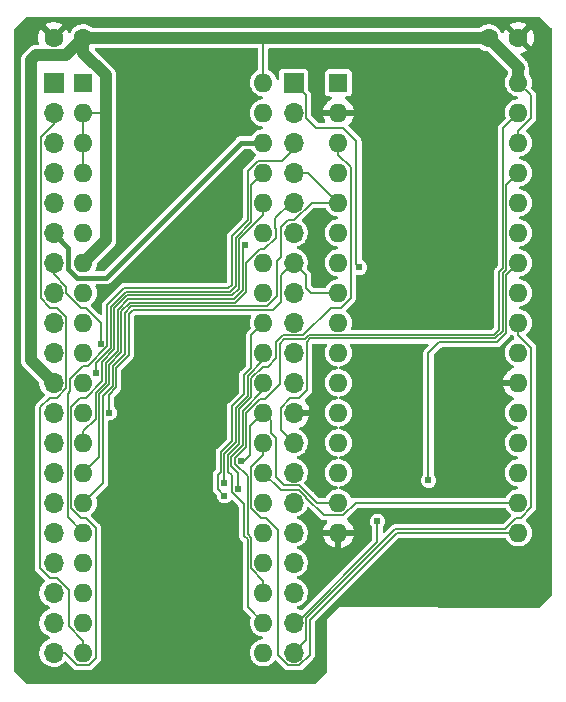
<source format=gtl>
G04 #@! TF.GenerationSoftware,KiCad,Pcbnew,(6.0.10-0)*
G04 #@! TF.CreationDate,2022-12-27T18:05:12+09:00*
G04 #@! TF.ProjectId,MEZ6809RAM,4d455a36-3830-4395-9241-4d2e6b696361,A*
G04 #@! TF.SameCoordinates,PX5f5e100PY8f0d180*
G04 #@! TF.FileFunction,Copper,L1,Top*
G04 #@! TF.FilePolarity,Positive*
%FSLAX46Y46*%
G04 Gerber Fmt 4.6, Leading zero omitted, Abs format (unit mm)*
G04 Created by KiCad (PCBNEW (6.0.10-0)) date 2022-12-27 18:05:12*
%MOMM*%
%LPD*%
G01*
G04 APERTURE LIST*
G04 #@! TA.AperFunction,ComponentPad*
%ADD10C,1.600000*%
G04 #@! TD*
G04 #@! TA.AperFunction,ComponentPad*
%ADD11R,1.600000X1.600000*%
G04 #@! TD*
G04 #@! TA.AperFunction,ComponentPad*
%ADD12O,1.600000X1.600000*%
G04 #@! TD*
G04 #@! TA.AperFunction,ComponentPad*
%ADD13R,1.700000X1.700000*%
G04 #@! TD*
G04 #@! TA.AperFunction,ComponentPad*
%ADD14O,1.700000X1.700000*%
G04 #@! TD*
G04 #@! TA.AperFunction,ViaPad*
%ADD15C,0.605000*%
G04 #@! TD*
G04 #@! TA.AperFunction,Conductor*
%ADD16C,1.000000*%
G04 #@! TD*
G04 #@! TA.AperFunction,Conductor*
%ADD17C,0.152400*%
G04 #@! TD*
G04 #@! TA.AperFunction,Conductor*
%ADD18C,0.400000*%
G04 #@! TD*
G04 APERTURE END LIST*
D10*
X6332500Y55245000D03*
X3832500Y55245000D03*
D11*
X6347500Y51435000D03*
D12*
X6347500Y48895000D03*
X6347500Y46355000D03*
X6347500Y43815000D03*
X6347500Y41275000D03*
X6347500Y38735000D03*
X6347500Y36195000D03*
X6347500Y33655000D03*
X6347500Y31115000D03*
X6347500Y28575000D03*
X6347500Y26035000D03*
X6347500Y23495000D03*
X6347500Y20955000D03*
X6347500Y18415000D03*
X6347500Y15875000D03*
X6347500Y13335000D03*
X6347500Y10795000D03*
X6347500Y8255000D03*
X6347500Y5715000D03*
X6347500Y3175000D03*
X21587500Y3175000D03*
X21587500Y5715000D03*
X21587500Y8255000D03*
X21587500Y10795000D03*
X21587500Y13335000D03*
X21587500Y15875000D03*
X21587500Y18415000D03*
X21587500Y20955000D03*
X21587500Y23495000D03*
X21587500Y26035000D03*
X21587500Y28575000D03*
X21587500Y31115000D03*
X21587500Y33655000D03*
X21587500Y36195000D03*
X21587500Y38735000D03*
X21587500Y41275000D03*
X21587500Y43815000D03*
X21587500Y46355000D03*
X21587500Y48895000D03*
X21587500Y51435000D03*
D10*
X40662500Y55245000D03*
X43162500Y55245000D03*
D11*
X27937500Y51440000D03*
D12*
X27937500Y48900000D03*
X27937500Y46360000D03*
X27937500Y43820000D03*
X27937500Y41280000D03*
X27937500Y38740000D03*
X27937500Y36200000D03*
X27937500Y33660000D03*
X27937500Y31120000D03*
X27937500Y28580000D03*
X27937500Y26040000D03*
X27937500Y23500000D03*
X27937500Y20960000D03*
X27937500Y18420000D03*
X27937500Y15880000D03*
X27937500Y13340000D03*
X43177500Y13340000D03*
X43177500Y15880000D03*
X43177500Y18420000D03*
X43177500Y20960000D03*
X43177500Y23500000D03*
X43177500Y26040000D03*
X43177500Y28580000D03*
X43177500Y31120000D03*
X43177500Y33660000D03*
X43177500Y36200000D03*
X43177500Y38740000D03*
X43177500Y41280000D03*
X43177500Y43820000D03*
X43177500Y46360000D03*
X43177500Y48900000D03*
X43177500Y51440000D03*
D13*
X24132500Y51440000D03*
D14*
X24132500Y48900000D03*
X24132500Y46360000D03*
X24132500Y43820000D03*
X24132500Y41280000D03*
X24132500Y38740000D03*
X24132500Y36200000D03*
X24132500Y33660000D03*
X24132500Y31120000D03*
X24132500Y28580000D03*
X24132500Y26040000D03*
X24132500Y23500000D03*
X24132500Y20960000D03*
X24132500Y18420000D03*
X24132500Y15880000D03*
X24132500Y13340000D03*
X24132500Y10800000D03*
X24132500Y8260000D03*
X24132500Y5720000D03*
X24132500Y3180000D03*
D13*
X3812500Y51440000D03*
D14*
X3812500Y48900000D03*
X3812500Y46360000D03*
X3812500Y43820000D03*
X3812500Y41280000D03*
X3812500Y38740000D03*
X3812500Y36200000D03*
X3812500Y33660000D03*
X3812500Y31120000D03*
X3812500Y28580000D03*
X3812500Y26040000D03*
X3812500Y23500000D03*
X3812500Y20960000D03*
X3812500Y18420000D03*
X3812500Y15880000D03*
X3812500Y13340000D03*
X3812500Y10800000D03*
X3812500Y8260000D03*
X3812500Y5720000D03*
X3812500Y3180000D03*
D15*
X18415000Y28575000D03*
X40640000Y31115000D03*
X9525000Y18415000D03*
X17780000Y41275000D03*
X40640000Y50165000D03*
X17780000Y8255000D03*
X43180000Y10160000D03*
X18415000Y31115000D03*
X18415000Y26035000D03*
X18415000Y27305000D03*
X17780000Y38735000D03*
X17780000Y35560000D03*
X26670000Y10160000D03*
X13970000Y53340000D03*
X10160000Y40005000D03*
X40640000Y33655000D03*
X1905000Y1905000D03*
X10160000Y8255000D03*
X10160000Y38735000D03*
X45085000Y8255000D03*
X26035000Y1905000D03*
X17780000Y40005000D03*
X13970000Y35560000D03*
X39370000Y50165000D03*
X10795000Y35560000D03*
X40640000Y51435000D03*
X19685000Y31115000D03*
X26038000Y19688000D03*
X26035000Y38100000D03*
X17767500Y50152500D03*
X31115000Y33655000D03*
X33020000Y10160000D03*
X10160000Y53340000D03*
X17145000Y31115000D03*
X10160000Y41275000D03*
X31115000Y38119400D03*
X40640000Y38100000D03*
X18415000Y53340000D03*
X7813400Y29330100D03*
X19710059Y19417559D03*
X18265400Y17548600D03*
X19418700Y17018000D03*
X29718000Y35814000D03*
X35560000Y17780000D03*
X20066000Y37719000D03*
X8516300Y23495000D03*
X7383300Y26879600D03*
X18288000Y16487400D03*
X31242000Y14305300D03*
D16*
X6332000Y55245000D02*
X6332000Y53995000D01*
X3812000Y26040000D02*
X1912000Y27940000D01*
D17*
X6347500Y43815000D02*
X6347500Y46355000D01*
X43177500Y46360000D02*
X43177500Y47388900D01*
X44216800Y50401200D02*
X43178000Y51440000D01*
X40662500Y55245000D02*
X40662000Y55245000D01*
D16*
X4880000Y53792600D02*
X6332000Y55245000D01*
D17*
X21587500Y51435000D02*
X21587500Y55242500D01*
D16*
X1908000Y53340000D02*
X2360000Y53792600D01*
X40662000Y55245000D02*
X40662300Y55244800D01*
X43182000Y52705000D02*
X43178000Y52700000D01*
X8258000Y38105000D02*
X6348000Y36195000D01*
X6332000Y55245000D02*
X6332500Y55245000D01*
X6332500Y55245000D02*
X40662000Y55245000D01*
D17*
X6347500Y46355000D02*
X6347500Y48895000D01*
D16*
X40662300Y55244800D02*
X43182000Y52725000D01*
D17*
X8134000Y48895000D02*
X8258000Y49019000D01*
D16*
X8258000Y52070000D02*
X8258000Y49019000D01*
X8258000Y46344900D02*
X8258000Y44238000D01*
D17*
X3812500Y26040000D02*
X3812000Y26040000D01*
X43177500Y51440000D02*
X43178000Y51440000D01*
X6347500Y36195000D02*
X6348000Y36195000D01*
X43177500Y51440000D02*
X43178000Y51440000D01*
D16*
X8258000Y44238000D02*
X8258000Y38105000D01*
X6332000Y53995000D02*
X8258000Y52070000D01*
D17*
X6347500Y36195000D02*
X6348000Y36195000D01*
X3812500Y26040000D02*
X3812000Y26040000D01*
X6347500Y48895000D02*
X8134000Y48895000D01*
X44216800Y48428200D02*
X44216800Y50401200D01*
D16*
X2360000Y53792600D02*
X4880000Y53792600D01*
D17*
X40662500Y55245000D02*
X40662300Y55244800D01*
D16*
X8258000Y48451800D02*
X8258000Y46344900D01*
X8258000Y49019000D02*
X8258000Y48451800D01*
X43178000Y52700000D02*
X43178000Y51440000D01*
X43182000Y52725000D02*
X43182000Y52705000D01*
X1912000Y27940000D02*
X1908000Y27940000D01*
D17*
X43177500Y47388900D02*
X44216800Y48428200D01*
D16*
X1908000Y27940000D02*
X1908000Y53340000D01*
D17*
X4891500Y25593000D02*
X4068500Y24770000D01*
X5112800Y5438600D02*
X6347500Y4203900D01*
X3812500Y48900000D02*
X3812500Y47956000D01*
X2732500Y33206700D02*
X3549200Y32390000D01*
X3812500Y47956000D02*
X2732500Y46876000D01*
X3484400Y24770000D02*
X2693500Y23979100D01*
X2732500Y46876000D02*
X2732500Y33206700D01*
X3549200Y32390000D02*
X4136500Y32390000D01*
X4136500Y32390000D02*
X4891500Y31635000D01*
X4891500Y31635000D02*
X4891500Y25593000D01*
X2693500Y10326800D02*
X3490300Y9530000D01*
X5112800Y8520500D02*
X5112800Y5438600D01*
X4068500Y24770000D02*
X3484400Y24770000D01*
X2693500Y23979100D02*
X2693500Y10326800D01*
X4103300Y9530000D02*
X5112800Y8520500D01*
X6347500Y4203900D02*
X6347500Y3175000D01*
X3490300Y9530000D02*
X4103300Y9530000D01*
X19532600Y23773652D02*
X19532600Y20853293D01*
X21940300Y27411100D02*
X21508939Y27411100D01*
X21508939Y27411100D02*
X20558900Y26461061D01*
X20558900Y26461061D02*
X20558900Y24799952D01*
X28982800Y33204300D02*
X28168500Y32390000D01*
X28982800Y44285800D02*
X28982800Y33204300D01*
X19935200Y13101587D02*
X20269200Y12767587D01*
X19532600Y20853293D02*
X18569359Y19890052D01*
X27937500Y45331100D02*
X28982800Y44285800D01*
X19935200Y15750411D02*
X19935200Y13101587D01*
X22674700Y29455752D02*
X22674700Y28145500D01*
X18569359Y19890052D02*
X18569359Y18514641D01*
X27937500Y46360000D02*
X27937500Y45331100D01*
X20269200Y12767587D02*
X20269200Y11362413D01*
X18887600Y16798011D02*
X19935200Y15750411D01*
X24961400Y30041400D02*
X23260348Y30041400D01*
X20558900Y24799952D02*
X19532600Y23773652D01*
X20254100Y7048400D02*
X21587500Y5715000D01*
X22674700Y28145500D02*
X21940300Y27411100D01*
X18887600Y18196400D02*
X18887600Y16798011D01*
X20269200Y11362413D02*
X20254100Y11347313D01*
X23260348Y30041400D02*
X22674700Y29455752D01*
X27310000Y32390000D02*
X24961400Y30041400D01*
X18569359Y18514641D02*
X18887600Y18196400D01*
X28168500Y32390000D02*
X27310000Y32390000D01*
X20254100Y11347313D02*
X20254100Y7048400D01*
X21741000Y24659800D02*
X22979500Y25898300D01*
X25442452Y30091400D02*
X41090348Y30091400D01*
X20240000Y13227839D02*
X20240000Y18136529D01*
X20240000Y18136529D02*
X19178959Y19197570D01*
X22979500Y29329500D02*
X23368000Y29718000D01*
X19178959Y19637548D02*
X20142200Y20600789D01*
X21587500Y8255000D02*
X21587500Y9283900D01*
X41539300Y30540352D02*
X41539300Y35423904D01*
X20142200Y23504361D02*
X21297639Y24659800D01*
X41090348Y30091400D02*
X41539300Y30540352D01*
X20558900Y10312500D02*
X20558900Y11221061D01*
X41844100Y47566600D02*
X43177500Y48900000D01*
X25069052Y29718000D02*
X25442452Y30091400D01*
X21587500Y9283900D02*
X20558900Y10312500D01*
X22979500Y25898300D02*
X22979500Y29329500D01*
X41844100Y35728704D02*
X41844100Y47566600D01*
X20558900Y11221061D02*
X20574000Y11236161D01*
X21297639Y24659800D02*
X21741000Y24659800D01*
X20574000Y11236161D02*
X20574000Y12893839D01*
X20142200Y20600789D02*
X20142200Y23504361D01*
X23368000Y29718000D02*
X25069052Y29718000D01*
X41539300Y35423904D02*
X41844100Y35728704D01*
X20574000Y12893839D02*
X20240000Y13227839D01*
X19178959Y19197570D02*
X19178959Y19637548D01*
X25211100Y16326771D02*
X24579271Y16958600D01*
X28363561Y14851400D02*
X26677600Y14851400D01*
X25211100Y16317900D02*
X25211100Y16326771D01*
X3812500Y35256100D02*
X4891400Y34177200D01*
X6541200Y32385000D02*
X7813400Y31112800D01*
X26677600Y14851400D02*
X25211100Y16317900D01*
X21590000Y18415000D02*
X21587500Y18415000D01*
X6161500Y32385000D02*
X6541200Y32385000D01*
X24579271Y16958600D02*
X23046400Y16958600D01*
X23046400Y16958600D02*
X21590000Y18415000D01*
X4891400Y33655100D02*
X6161500Y32385000D01*
X7813400Y31112800D02*
X7813400Y29330100D01*
X43177500Y15880000D02*
X29392161Y15880000D01*
X3812500Y36200000D02*
X3812500Y35256100D01*
X4891400Y34177200D02*
X4891400Y33655100D01*
X29392161Y15880000D02*
X28363561Y14851400D01*
X20544800Y15454000D02*
X21393800Y14605000D01*
X21587500Y19926100D02*
X20544800Y18883400D01*
X25515900Y2994900D02*
X25515900Y5984796D01*
X22835000Y2952129D02*
X23685729Y2101400D01*
X25515900Y5984796D02*
X32871104Y13340000D01*
X21587500Y20955000D02*
X21587500Y19926100D01*
X24622400Y2101400D02*
X25515900Y2994900D01*
X21773500Y14605000D02*
X22835000Y13543500D01*
X22835000Y13543500D02*
X22835000Y2952129D01*
X32871104Y13340000D02*
X43177500Y13340000D01*
X21393800Y14605000D02*
X21773500Y14605000D01*
X23685729Y2101400D02*
X24622400Y2101400D01*
X20544800Y18883400D02*
X20544800Y15454000D01*
X20447000Y19939000D02*
X20447000Y22354500D01*
X25515900Y16444152D02*
X25515900Y16453023D01*
X23298600Y17341400D02*
X22616100Y18023900D01*
X24627523Y17341400D02*
X23298600Y17341400D01*
X22225000Y21772161D02*
X22225000Y22857500D01*
X22616100Y18023900D02*
X22616100Y21381061D01*
X26080052Y15880000D02*
X25515900Y16444152D01*
X27937500Y15880000D02*
X26080052Y15880000D01*
X19710059Y19417559D02*
X19925559Y19417559D01*
X22225000Y22857500D02*
X21587500Y23495000D01*
X20447000Y22354500D02*
X21587500Y23495000D01*
X25515900Y16453023D02*
X24627523Y17341400D01*
X19925559Y19417559D02*
X20447000Y19939000D01*
X22616100Y21381061D02*
X22225000Y21772161D01*
X21587500Y27920713D02*
X21587500Y28575000D01*
X19227800Y23899904D02*
X20254100Y24926204D01*
X20254100Y24926204D02*
X20254100Y26587313D01*
X18264559Y17549441D02*
X18264559Y20016304D01*
X18265400Y17548600D02*
X18264559Y17549441D01*
X19227800Y20979545D02*
X19227800Y23899904D01*
X20254100Y26587313D02*
X21587500Y27920713D01*
X18264559Y20016304D02*
X19227800Y20979545D01*
X18874159Y18971841D02*
X18874159Y19763800D01*
X19418700Y17018000D02*
X19418700Y18427300D01*
X18874159Y19763800D02*
X19837400Y20727041D01*
X19837400Y20727041D02*
X19837400Y23647400D01*
X21587500Y25397500D02*
X21587500Y26035000D01*
X19418700Y18427300D02*
X18874159Y18971841D01*
X19837400Y23647400D02*
X21587500Y25397500D01*
D18*
X5080000Y35687000D02*
X5842000Y34925000D01*
X8255000Y34925000D02*
X19685000Y46355000D01*
X3812500Y38740000D02*
X5080000Y37472500D01*
X5842000Y34925000D02*
X8255000Y34925000D01*
X19685000Y46355000D02*
X21587500Y46355000D01*
X5080000Y37472500D02*
X5080000Y35687000D01*
D17*
X28316000Y47630000D02*
X26030000Y47630000D01*
X26030000Y47630000D02*
X25211100Y48448900D01*
X29718000Y35814000D02*
X29464000Y36068000D01*
X29464000Y46482000D02*
X28316000Y47630000D01*
X25211100Y48448900D02*
X25211100Y50361400D01*
X25211100Y50361400D02*
X24132500Y51440000D01*
X29464000Y36068000D02*
X29464000Y46482000D01*
X35560000Y17780000D02*
X35560000Y28575000D01*
X41342852Y29481800D02*
X42148900Y30287848D01*
X35560000Y28575000D02*
X36466800Y29481800D01*
X36466800Y29481800D02*
X41342852Y29481800D01*
X42148900Y30287848D02*
X42148900Y35171400D01*
X42148900Y35171400D02*
X43177500Y36200000D01*
X6274600Y27457500D02*
X5196700Y26379600D01*
X24132500Y46360000D02*
X24132500Y45849500D01*
X20254100Y39785204D02*
X18925300Y38456404D01*
X5196700Y25311400D02*
X5002100Y25116800D01*
X24132500Y45849500D02*
X23126600Y44843600D01*
X5002100Y25116800D02*
X5002100Y14680400D01*
X8344500Y29110111D02*
X6691889Y27457500D01*
X9782740Y34036000D02*
X8344500Y32597760D01*
X18925300Y34342352D02*
X18618948Y34036000D01*
X5196700Y26379600D02*
X5196700Y25311400D01*
X5002100Y14680400D02*
X6347500Y13335000D01*
X18618948Y34036000D02*
X9782740Y34036000D01*
X20254100Y43936261D02*
X20254100Y39785204D01*
X18925300Y38456404D02*
X18925300Y34342352D01*
X6691889Y27457500D02*
X6274600Y27457500D01*
X21161439Y44843600D02*
X20254100Y43936261D01*
X23126600Y44843600D02*
X21161439Y44843600D01*
X8344500Y32597760D02*
X8344500Y29110111D01*
X24197600Y39818600D02*
X23685729Y39818600D01*
X7985700Y17513200D02*
X6347500Y15875000D01*
X23053900Y36680200D02*
X22748400Y36374700D01*
X8828800Y25768483D02*
X7985700Y24925383D01*
X21899161Y32512000D02*
X10414000Y32512000D01*
X22748400Y36374700D02*
X22748400Y33361239D01*
X8828800Y27439151D02*
X8828800Y25768483D01*
X7985700Y24925383D02*
X7985700Y17513200D01*
X22748400Y33361239D02*
X21899161Y32512000D01*
X10414000Y32512000D02*
X9868500Y31966500D01*
X9868500Y31966500D02*
X9868500Y28478851D01*
X27937500Y41280000D02*
X25659000Y41280000D01*
X27935000Y41280000D02*
X25395000Y43820000D01*
X23685729Y39818600D02*
X23053900Y39186771D01*
X25659000Y41280000D02*
X24197600Y39818600D01*
X9868500Y28478851D02*
X8828800Y27439151D01*
X25395000Y43820000D02*
X24132500Y43820000D01*
X27937500Y41280000D02*
X27935000Y41280000D01*
X23053900Y39186771D02*
X23053900Y36680200D01*
X22606000Y39171161D02*
X22616100Y39161061D01*
X22606000Y40005000D02*
X22606000Y39171161D01*
X8524000Y27565403D02*
X8524000Y25894735D01*
X22616100Y39161061D02*
X22616100Y38302500D01*
X7680900Y19748400D02*
X6347500Y18415000D01*
X23881000Y41280000D02*
X22606000Y40005000D01*
X20144500Y36206661D02*
X20144500Y33760396D01*
X9563700Y32092752D02*
X9563700Y28605103D01*
X7680900Y25051635D02*
X7680900Y19748400D01*
X24132500Y41280000D02*
X23881000Y41280000D01*
X19200904Y32816800D02*
X10287748Y32816800D01*
X8524000Y25894735D02*
X7680900Y25051635D01*
X21651600Y37338000D02*
X21275839Y37338000D01*
X21275839Y37338000D02*
X20144500Y36206661D01*
X10287748Y32816800D02*
X9563700Y32092752D01*
X22616100Y38302500D02*
X21651600Y37338000D01*
X9563700Y28605103D02*
X8524000Y27565403D01*
X20144500Y33760396D02*
X19200904Y32816800D01*
X9258900Y32219004D02*
X9258900Y28731355D01*
X19839700Y37492700D02*
X19839700Y33886648D01*
X19074652Y33121600D02*
X10161496Y33121600D01*
X8219200Y27691655D02*
X8219200Y26020987D01*
X20066000Y37719000D02*
X19839700Y37492700D01*
X7376100Y22997100D02*
X6347500Y21968500D01*
X9258900Y28731355D02*
X8219200Y27691655D01*
X8219200Y26020987D02*
X7376100Y25177887D01*
X10161496Y33121600D02*
X9258900Y32219004D01*
X7376100Y25177887D02*
X7376100Y22997100D01*
X19839700Y33886648D02*
X19074652Y33121600D01*
X6347500Y21968500D02*
X6347500Y20955000D01*
X23053600Y35121100D02*
X24132500Y36200000D01*
X9133600Y25642231D02*
X9133600Y27312899D01*
X10173300Y31840248D02*
X10540252Y32207200D01*
X25649000Y33660000D02*
X25211100Y34097900D01*
X25211100Y35121400D02*
X24132500Y36200000D01*
X9133600Y27312899D02*
X10173300Y28352599D01*
X8516300Y23495000D02*
X8516300Y25024931D01*
X27937500Y33660000D02*
X25649000Y33660000D01*
X23053600Y32832600D02*
X23053600Y35121100D01*
X8516300Y25024931D02*
X9133600Y25642231D01*
X10173300Y28352599D02*
X10173300Y31840248D01*
X25211100Y34097900D02*
X25211100Y35121400D01*
X22428200Y32207200D02*
X23053600Y32832600D01*
X10540252Y32207200D02*
X22428200Y32207200D01*
X19230100Y34216100D02*
X19230100Y38330152D01*
X7383300Y26879600D02*
X7383300Y27717859D01*
X19230100Y38330152D02*
X20558900Y39658952D01*
X8649300Y32471508D02*
X9908992Y33731200D01*
X18745200Y33731200D02*
X19230100Y34216100D01*
X20558900Y42786400D02*
X21587500Y43815000D01*
X7383300Y27717859D02*
X8649300Y28983859D01*
X20558900Y39658952D02*
X20558900Y42786400D01*
X9908992Y33731200D02*
X18745200Y33731200D01*
X8649300Y28983859D02*
X8649300Y32471508D01*
X19949300Y25052456D02*
X19949300Y26713565D01*
X17734300Y18242300D02*
X17959759Y18467759D01*
X19949300Y26713565D02*
X20558900Y27323165D01*
X17959759Y20142556D02*
X18923000Y21105797D01*
X20558900Y27323165D02*
X20558900Y30086400D01*
X17959759Y18467759D02*
X17959759Y20142556D01*
X20558900Y30086400D02*
X21587500Y31115000D01*
X18288000Y16487400D02*
X17734300Y17041100D01*
X17734300Y17041100D02*
X17734300Y18242300D01*
X18923000Y21105797D02*
X18923000Y24026156D01*
X18923000Y24026156D02*
X19949300Y25052456D01*
X42164000Y36641161D02*
X42148900Y36626061D01*
X24638000Y24765000D02*
X23872129Y24765000D01*
X23037800Y22054700D02*
X24132500Y20960000D01*
X25273000Y25400000D02*
X24638000Y24765000D01*
X42148900Y42791400D02*
X42148900Y38313939D01*
X25568704Y29786600D02*
X25273000Y29490896D01*
X42148900Y36626061D02*
X42148900Y35602452D01*
X25273000Y29490896D02*
X25273000Y25400000D01*
X23037800Y23930671D02*
X23037800Y22054700D01*
X43177500Y43820000D02*
X42148900Y42791400D01*
X41216600Y29786600D02*
X25568704Y29786600D01*
X42148900Y35602452D02*
X41844100Y35297652D01*
X41844100Y30414100D02*
X41216600Y29786600D01*
X41844100Y35297652D02*
X41844100Y30414100D01*
X42148900Y38313939D02*
X42164000Y38298839D01*
X42164000Y38298839D02*
X42164000Y36641161D01*
X23872129Y24765000D02*
X23037800Y23930671D01*
X42987839Y14605000D02*
X42027639Y13644800D01*
X25211100Y6111048D02*
X25211100Y4256100D01*
X43177500Y31120000D02*
X43177500Y30091100D01*
X44249800Y29018800D02*
X44249800Y15497639D01*
X44249800Y15497639D02*
X43357161Y14605000D01*
X42027639Y13644800D02*
X32744852Y13644800D01*
X43177500Y30091100D02*
X44249800Y29018800D01*
X32744852Y13644800D02*
X25211100Y6111048D01*
X43357161Y14605000D02*
X42987839Y14605000D01*
X25211100Y4256100D02*
X24135000Y3180000D01*
X24135000Y3180000D02*
X24132500Y3180000D01*
X8954100Y32345256D02*
X8954100Y28857607D01*
X4764400Y3180000D02*
X3812500Y3180000D01*
X10035244Y33426400D02*
X8954100Y32345256D01*
X6097200Y24765000D02*
X5310100Y23977900D01*
X19534900Y34012900D02*
X18948400Y33426400D01*
X6106300Y14605100D02*
X6557400Y14605100D01*
X6800800Y2133700D02*
X5810700Y2133700D01*
X6532161Y24765000D02*
X6097200Y24765000D01*
X6557400Y14605100D02*
X7419000Y13743500D01*
X5310100Y23977900D02*
X5310100Y15401300D01*
X8954100Y28857607D02*
X7914400Y27817907D01*
X7914400Y27817907D02*
X7914400Y26147239D01*
X5310100Y15401300D02*
X6106300Y14605100D01*
X21587500Y40256500D02*
X19534900Y38203900D01*
X7419000Y13743500D02*
X7419000Y2751900D01*
X19534900Y38203900D02*
X19534900Y34012900D01*
X5810700Y2133700D02*
X4764400Y3180000D01*
X21587500Y41275000D02*
X21587500Y40256500D01*
X18948400Y33426400D02*
X10035244Y33426400D01*
X7419000Y2751900D02*
X6800800Y2133700D01*
X7914400Y26147239D02*
X6532161Y24765000D01*
X31242000Y12573000D02*
X24389000Y5720000D01*
X24389000Y5720000D02*
X24132500Y5720000D01*
X31242000Y14305300D02*
X31242000Y12573000D01*
G04 #@! TA.AperFunction,Conductor*
G36*
X45018198Y56979998D02*
G01*
X45036373Y56965809D01*
X45876647Y56175952D01*
X45960299Y56097319D01*
X45996234Y56036088D01*
X46000000Y56005512D01*
X46000000Y8052190D01*
X45979998Y7984069D01*
X45963095Y7963095D01*
X45037089Y7037089D01*
X44974777Y7003063D01*
X44947550Y7000185D01*
X28000000Y7060000D01*
X27993100Y7052686D01*
X27165908Y6175862D01*
X27000000Y6000000D01*
X27000000Y1612191D01*
X26979998Y1544070D01*
X26963096Y1523096D01*
X26036778Y596776D01*
X25974465Y562751D01*
X25947991Y559871D01*
X1554537Y500134D01*
X1486367Y519970D01*
X1462576Y539670D01*
X534348Y1523591D01*
X502152Y1586868D01*
X500000Y1610055D01*
X500000Y27987756D01*
X1053819Y27987756D01*
X1054176Y27980939D01*
X1054176Y27980935D01*
X1057157Y27924063D01*
X1056545Y27924031D01*
X1057005Y27922253D01*
X1056740Y27919098D01*
X1057239Y27915361D01*
X1056715Y27913402D01*
X1057500Y27913402D01*
X1057500Y27893836D01*
X1059521Y27875234D01*
X1060082Y27868252D01*
X1063490Y27803219D01*
X1065304Y27796634D01*
X1065304Y27796633D01*
X1067162Y27789887D01*
X1070949Y27770035D01*
X1072442Y27756291D01*
X1074618Y27749826D01*
X1074618Y27749825D01*
X1093213Y27694572D01*
X1095270Y27687843D01*
X1104572Y27654073D01*
X1112562Y27625064D01*
X1119012Y27612831D01*
X1126973Y27594256D01*
X1131383Y27581152D01*
X1164922Y27525333D01*
X1168365Y27519221D01*
X1195559Y27467645D01*
X1195563Y27467639D01*
X1198746Y27461602D01*
X1203151Y27456389D01*
X1203152Y27456388D01*
X1207669Y27451043D01*
X1219434Y27434611D01*
X1226557Y27422756D01*
X1231248Y27417796D01*
X1231249Y27417794D01*
X1271292Y27375450D01*
X1275982Y27370205D01*
X1318020Y27320460D01*
X1323439Y27316317D01*
X1323443Y27316313D01*
X1329009Y27312058D01*
X1344021Y27298542D01*
X1353524Y27288493D01*
X1359166Y27284659D01*
X1359169Y27284656D01*
X1366132Y27279924D01*
X1384403Y27264808D01*
X2575814Y26073397D01*
X2609840Y26011085D01*
X2612448Y25992548D01*
X2621700Y25851396D01*
X2623121Y25845800D01*
X2623122Y25845795D01*
X2674590Y25643143D01*
X2676011Y25637548D01*
X2678428Y25632306D01*
X2678428Y25632305D01*
X2763060Y25448726D01*
X2768383Y25437179D01*
X2895722Y25256998D01*
X2899856Y25252971D01*
X3043485Y25113052D01*
X3078323Y25051190D01*
X3074185Y24980314D01*
X3044658Y24933703D01*
X2414978Y24304023D01*
X2403888Y24294168D01*
X2386334Y24280330D01*
X2386330Y24280326D01*
X2378935Y24274496D01*
X2347343Y24228785D01*
X2345110Y24225662D01*
X2312138Y24181021D01*
X2309873Y24174571D01*
X2305983Y24168943D01*
X2303145Y24159968D01*
X2303142Y24159963D01*
X2289256Y24116054D01*
X2288008Y24112313D01*
X2286148Y24107015D01*
X2272743Y24068845D01*
X2272742Y24068842D01*
X2269623Y24059959D01*
X2269354Y24053123D01*
X2267293Y24046605D01*
X2266800Y24040341D01*
X2266800Y23990580D01*
X2266703Y23985634D01*
X2264586Y23931748D01*
X2266392Y23924937D01*
X2266800Y23917522D01*
X2266800Y10359610D01*
X2265927Y10344802D01*
X2262192Y10313245D01*
X2263884Y10303983D01*
X2263884Y10303974D01*
X2272163Y10258648D01*
X2272814Y10254740D01*
X2281056Y10199916D01*
X2284016Y10193752D01*
X2285245Y10187023D01*
X2310822Y10137785D01*
X2312579Y10134269D01*
X2332520Y10092741D01*
X2332522Y10092737D01*
X2336598Y10084250D01*
X2341241Y10079228D01*
X2344393Y10073159D01*
X2348474Y10068381D01*
X2383649Y10033206D01*
X2387078Y10029641D01*
X2423695Y9990029D01*
X2429787Y9986490D01*
X2435324Y9981531D01*
X3050073Y9366782D01*
X3084099Y9304470D01*
X3079034Y9233655D01*
X3044055Y9182956D01*
X2937957Y9089910D01*
X2801363Y8916640D01*
X2698631Y8721380D01*
X2633203Y8510667D01*
X2607270Y8291560D01*
X2621700Y8071396D01*
X2623121Y8065800D01*
X2623122Y8065795D01*
X2649205Y7963095D01*
X2676011Y7857548D01*
X2678428Y7852306D01*
X2678428Y7852305D01*
X2716546Y7769621D01*
X2768383Y7657179D01*
X2895722Y7476998D01*
X3053764Y7323039D01*
X3058560Y7319834D01*
X3058563Y7319832D01*
X3172822Y7243487D01*
X3237217Y7200460D01*
X3242520Y7198182D01*
X3242523Y7198180D01*
X3434629Y7115645D01*
X3439936Y7113365D01*
X3445571Y7112090D01*
X3445574Y7112089D01*
X3446984Y7111770D01*
X3447583Y7111436D01*
X3451062Y7110306D01*
X3450840Y7109623D01*
X3509011Y7077228D01*
X3542516Y7014634D01*
X3536862Y6943863D01*
X3493844Y6887384D01*
X3462787Y6870665D01*
X3298876Y6810196D01*
X3298868Y6810192D01*
X3293457Y6808196D01*
X3288496Y6805244D01*
X3288495Y6805244D01*
X3152986Y6724624D01*
X3103841Y6695386D01*
X2937957Y6549910D01*
X2801363Y6376640D01*
X2698631Y6181380D01*
X2633203Y5970667D01*
X2607270Y5751560D01*
X2621700Y5531396D01*
X2623121Y5525800D01*
X2623122Y5525795D01*
X2671603Y5334905D01*
X2676011Y5317548D01*
X2768383Y5117179D01*
X2895722Y4936998D01*
X3053764Y4783039D01*
X3058560Y4779834D01*
X3058563Y4779832D01*
X3142761Y4723573D01*
X3237217Y4660460D01*
X3242520Y4658182D01*
X3242523Y4658180D01*
X3434629Y4575645D01*
X3439936Y4573365D01*
X3445571Y4572090D01*
X3445574Y4572089D01*
X3446984Y4571770D01*
X3447583Y4571436D01*
X3451062Y4570306D01*
X3450840Y4569623D01*
X3509011Y4537228D01*
X3542516Y4474634D01*
X3536862Y4403863D01*
X3493844Y4347384D01*
X3462787Y4330665D01*
X3298876Y4270196D01*
X3298868Y4270192D01*
X3293457Y4268196D01*
X3288496Y4265244D01*
X3288495Y4265244D01*
X3181204Y4201412D01*
X3103841Y4155386D01*
X2937957Y4009910D01*
X2801363Y3836640D01*
X2698631Y3641380D01*
X2633203Y3430667D01*
X2607270Y3211560D01*
X2621700Y2991396D01*
X2623121Y2985800D01*
X2623122Y2985795D01*
X2674355Y2784067D01*
X2676011Y2777548D01*
X2768383Y2577179D01*
X2895722Y2396998D01*
X3053764Y2243039D01*
X3058560Y2239834D01*
X3058563Y2239832D01*
X3142761Y2183573D01*
X3237217Y2120460D01*
X3242520Y2118182D01*
X3242523Y2118180D01*
X3434629Y2035645D01*
X3439936Y2033365D01*
X3490242Y2021982D01*
X3649495Y1985946D01*
X3649501Y1985945D01*
X3655132Y1984671D01*
X3660903Y1984444D01*
X3660905Y1984444D01*
X3728711Y1981780D01*
X3875598Y1976009D01*
X3984775Y1991839D01*
X4088238Y2006840D01*
X4088243Y2006841D01*
X4093952Y2007669D01*
X4099416Y2009524D01*
X4099421Y2009525D01*
X4297407Y2076732D01*
X4297412Y2076734D01*
X4302879Y2078590D01*
X4495384Y2186398D01*
X4535731Y2219954D01*
X4660586Y2323796D01*
X4665018Y2327482D01*
X4668704Y2331914D01*
X4668709Y2331919D01*
X4734925Y2411535D01*
X4793862Y2451119D01*
X4864845Y2452555D01*
X4920894Y2420061D01*
X5485777Y1855178D01*
X5495632Y1844088D01*
X5509470Y1826534D01*
X5509474Y1826530D01*
X5515304Y1819135D01*
X5523051Y1813780D01*
X5523053Y1813779D01*
X5525934Y1811788D01*
X5555220Y1791548D01*
X5560932Y1787600D01*
X5564154Y1785298D01*
X5601203Y1757932D01*
X5601207Y1757930D01*
X5608779Y1752337D01*
X5615231Y1750071D01*
X5620857Y1746183D01*
X5629834Y1743344D01*
X5629836Y1743343D01*
X5673761Y1729452D01*
X5677491Y1728207D01*
X5729841Y1709823D01*
X5736677Y1709554D01*
X5743195Y1707493D01*
X5749459Y1707000D01*
X5799220Y1707000D01*
X5804166Y1706903D01*
X5858052Y1704786D01*
X5864863Y1706592D01*
X5872278Y1707000D01*
X6767990Y1707000D01*
X6782798Y1706127D01*
X6814355Y1702392D01*
X6823617Y1704084D01*
X6823626Y1704084D01*
X6868952Y1712363D01*
X6872860Y1713014D01*
X6885159Y1714863D01*
X6927684Y1721256D01*
X6933848Y1724216D01*
X6940577Y1725445D01*
X6989815Y1751022D01*
X6993331Y1752779D01*
X7034859Y1772720D01*
X7034863Y1772722D01*
X7043350Y1776798D01*
X7048372Y1781441D01*
X7054441Y1784593D01*
X7059219Y1788674D01*
X7094393Y1823848D01*
X7097959Y1827278D01*
X7130656Y1857503D01*
X7137571Y1863895D01*
X7141110Y1869987D01*
X7146064Y1875519D01*
X7697525Y2426981D01*
X7708616Y2436836D01*
X7726162Y2450668D01*
X7733565Y2456504D01*
X7765154Y2502210D01*
X7767360Y2505298D01*
X7800363Y2549979D01*
X7802629Y2556431D01*
X7806517Y2562057D01*
X7811300Y2577179D01*
X7823248Y2614961D01*
X7824502Y2618719D01*
X7839757Y2662157D01*
X7842877Y2671041D01*
X7843146Y2677877D01*
X7845207Y2684395D01*
X7845700Y2690659D01*
X7845700Y2740420D01*
X7845797Y2745366D01*
X7847544Y2789839D01*
X7847914Y2799252D01*
X7846108Y2806063D01*
X7845700Y2813478D01*
X7845700Y13710698D01*
X7846573Y13725508D01*
X7849200Y13747703D01*
X7850307Y13757055D01*
X7846635Y13777164D01*
X7840342Y13811622D01*
X7839692Y13815525D01*
X7832844Y13861075D01*
X7832843Y13861078D01*
X7831444Y13870384D01*
X7828484Y13876549D01*
X7827255Y13883277D01*
X7801678Y13932515D01*
X7799921Y13936031D01*
X7779980Y13977559D01*
X7779978Y13977563D01*
X7775902Y13986050D01*
X7771259Y13991072D01*
X7768107Y13997141D01*
X7764026Y14001919D01*
X7728851Y14037094D01*
X7725421Y14040660D01*
X7717976Y14048714D01*
X7688805Y14080271D01*
X7682713Y14083810D01*
X7677176Y14088769D01*
X7012916Y14753029D01*
X6978890Y14815341D01*
X6983955Y14886156D01*
X7021442Y14938998D01*
X7160074Y15054297D01*
X7164512Y15057988D01*
X7299719Y15220558D01*
X7302543Y15225601D01*
X7302546Y15225605D01*
X7400213Y15400002D01*
X7400214Y15400004D01*
X7403037Y15405045D01*
X7404893Y15410512D01*
X7404895Y15410517D01*
X7469147Y15599800D01*
X7471004Y15605270D01*
X7473776Y15624384D01*
X7500814Y15810860D01*
X7500814Y15810862D01*
X7501346Y15814530D01*
X7502929Y15875000D01*
X7483581Y16085560D01*
X7432774Y16265709D01*
X7433535Y16336701D01*
X7464949Y16389004D01*
X8264222Y17188277D01*
X8275312Y17198132D01*
X8292866Y17211970D01*
X8292870Y17211974D01*
X8300265Y17217804D01*
X8307793Y17228695D01*
X8331800Y17263432D01*
X8334102Y17266654D01*
X8337114Y17270731D01*
X8346593Y17283565D01*
X8361468Y17303703D01*
X8361470Y17303707D01*
X8367063Y17311279D01*
X8369329Y17317731D01*
X8373217Y17323357D01*
X8376608Y17334077D01*
X8389948Y17376261D01*
X8391202Y17380019D01*
X8391899Y17382001D01*
X8409577Y17432341D01*
X8409846Y17439177D01*
X8411907Y17445695D01*
X8412400Y17451959D01*
X8412400Y17501720D01*
X8412497Y17506666D01*
X8414244Y17551139D01*
X8414614Y17560552D01*
X8412808Y17567363D01*
X8412400Y17574778D01*
X8412400Y22715525D01*
X8432402Y22783646D01*
X8486058Y22830139D01*
X8540379Y22841509D01*
X8577461Y22840926D01*
X8577464Y22840926D01*
X8585058Y22840807D01*
X8739120Y22876092D01*
X8880319Y22947108D01*
X9000502Y23049754D01*
X9092731Y23178104D01*
X9151682Y23324750D01*
X9173952Y23481224D01*
X9174096Y23495000D01*
X9170529Y23524480D01*
X9156020Y23644366D01*
X9155108Y23651906D01*
X9099241Y23799754D01*
X9094869Y23806116D01*
X9014022Y23923749D01*
X9014021Y23923751D01*
X9009720Y23930008D01*
X9004048Y23935061D01*
X9004046Y23935064D01*
X8985180Y23951874D01*
X8947625Y24012125D01*
X8943000Y24045949D01*
X8943000Y24795996D01*
X8963002Y24864117D01*
X8979905Y24885091D01*
X9412122Y25317308D01*
X9423212Y25327163D01*
X9440766Y25341001D01*
X9440770Y25341005D01*
X9448165Y25346835D01*
X9479757Y25392546D01*
X9481990Y25395669D01*
X9514962Y25440310D01*
X9517227Y25446760D01*
X9521117Y25452388D01*
X9523955Y25461363D01*
X9523958Y25461368D01*
X9537844Y25505277D01*
X9539097Y25509034D01*
X9554357Y25552486D01*
X9554358Y25552489D01*
X9557477Y25561372D01*
X9557746Y25568208D01*
X9559807Y25574726D01*
X9560300Y25580990D01*
X9560300Y25630751D01*
X9560397Y25635697D01*
X9560470Y25637548D01*
X9562514Y25689583D01*
X9560708Y25696394D01*
X9560300Y25703809D01*
X9560300Y27083964D01*
X9580302Y27152085D01*
X9597205Y27173059D01*
X10451822Y28027676D01*
X10462912Y28037531D01*
X10480467Y28051370D01*
X10480470Y28051374D01*
X10487865Y28057203D01*
X10493219Y28064950D01*
X10493223Y28064954D01*
X10519415Y28102850D01*
X10521715Y28106070D01*
X10549068Y28143103D01*
X10554663Y28150678D01*
X10556929Y28157130D01*
X10560817Y28162756D01*
X10572566Y28199905D01*
X10577548Y28215660D01*
X10578802Y28219418D01*
X10594057Y28262856D01*
X10597177Y28271740D01*
X10597446Y28278576D01*
X10599507Y28285094D01*
X10600000Y28291358D01*
X10600000Y28341119D01*
X10600097Y28346065D01*
X10601844Y28390538D01*
X10602214Y28399951D01*
X10600408Y28406762D01*
X10600000Y28414177D01*
X10600000Y31611313D01*
X10620002Y31679434D01*
X10636905Y31700408D01*
X10680092Y31743595D01*
X10742404Y31777621D01*
X10769187Y31780500D01*
X20428859Y31780500D01*
X20496980Y31760498D01*
X20543473Y31706842D01*
X20553577Y31636568D01*
X20540368Y31595834D01*
X20520023Y31557164D01*
X20457320Y31355227D01*
X20432467Y31145246D01*
X20446296Y30934251D01*
X20447717Y30928655D01*
X20447718Y30928650D01*
X20469014Y30844800D01*
X20498345Y30729310D01*
X20498476Y30729026D01*
X20502262Y30659907D01*
X20468700Y30599645D01*
X20280378Y30411323D01*
X20269288Y30401468D01*
X20251734Y30387630D01*
X20251730Y30387626D01*
X20244335Y30381796D01*
X20212743Y30336085D01*
X20210510Y30332962D01*
X20177538Y30288321D01*
X20175273Y30281871D01*
X20171383Y30276243D01*
X20168545Y30267268D01*
X20168542Y30267263D01*
X20154656Y30223354D01*
X20153403Y30219597D01*
X20138143Y30176145D01*
X20138142Y30176142D01*
X20135023Y30167259D01*
X20134754Y30160423D01*
X20132693Y30153905D01*
X20132200Y30147641D01*
X20132200Y30097880D01*
X20132103Y30092934D01*
X20129986Y30039048D01*
X20131792Y30032237D01*
X20132200Y30024822D01*
X20132200Y27552100D01*
X20112198Y27483979D01*
X20095295Y27463005D01*
X19670778Y27038488D01*
X19659688Y27028633D01*
X19642134Y27014795D01*
X19642130Y27014791D01*
X19634735Y27008961D01*
X19603143Y26963250D01*
X19600910Y26960127D01*
X19567938Y26915486D01*
X19565673Y26909036D01*
X19561783Y26903408D01*
X19558945Y26894433D01*
X19558943Y26894430D01*
X19545059Y26850528D01*
X19543815Y26846797D01*
X19525423Y26794424D01*
X19525154Y26787588D01*
X19523093Y26781070D01*
X19522600Y26774806D01*
X19522600Y26725045D01*
X19522503Y26720099D01*
X19520386Y26666213D01*
X19522192Y26659402D01*
X19522600Y26651987D01*
X19522600Y25281391D01*
X19502598Y25213270D01*
X19485695Y25192296D01*
X18644478Y24351079D01*
X18633388Y24341224D01*
X18615834Y24327386D01*
X18615830Y24327382D01*
X18608435Y24321552D01*
X18576843Y24275841D01*
X18574610Y24272718D01*
X18541638Y24228077D01*
X18539373Y24221627D01*
X18535483Y24215999D01*
X18532645Y24207024D01*
X18532642Y24207019D01*
X18518756Y24163110D01*
X18517508Y24159369D01*
X18513182Y24147050D01*
X18502243Y24115901D01*
X18502242Y24115898D01*
X18499123Y24107015D01*
X18498854Y24100179D01*
X18496793Y24093661D01*
X18496300Y24087397D01*
X18496300Y24037636D01*
X18496203Y24032690D01*
X18494086Y23978804D01*
X18495892Y23971993D01*
X18496300Y23964578D01*
X18496300Y21334732D01*
X18476298Y21266611D01*
X18459395Y21245637D01*
X17681237Y20467479D01*
X17670147Y20457624D01*
X17652593Y20443786D01*
X17652589Y20443782D01*
X17645194Y20437952D01*
X17613602Y20392241D01*
X17611369Y20389118D01*
X17578397Y20344477D01*
X17576132Y20338027D01*
X17572242Y20332399D01*
X17569404Y20323424D01*
X17569401Y20323419D01*
X17555515Y20279510D01*
X17554267Y20275769D01*
X17548847Y20260335D01*
X17539002Y20232301D01*
X17539001Y20232298D01*
X17535882Y20223415D01*
X17535613Y20216579D01*
X17533552Y20210061D01*
X17533059Y20203797D01*
X17533059Y20154036D01*
X17532962Y20149090D01*
X17530845Y20095204D01*
X17532651Y20088393D01*
X17533059Y20080978D01*
X17533059Y18696694D01*
X17513057Y18628573D01*
X17496154Y18607599D01*
X17455778Y18567223D01*
X17444688Y18557368D01*
X17427134Y18543530D01*
X17427130Y18543526D01*
X17419735Y18537696D01*
X17388143Y18491985D01*
X17385910Y18488862D01*
X17352938Y18444221D01*
X17350673Y18437771D01*
X17346783Y18432143D01*
X17343945Y18423168D01*
X17343942Y18423163D01*
X17330056Y18379254D01*
X17328803Y18375497D01*
X17313543Y18332045D01*
X17313542Y18332042D01*
X17310423Y18323159D01*
X17310154Y18316323D01*
X17308093Y18309805D01*
X17307600Y18303541D01*
X17307600Y18253780D01*
X17307503Y18248834D01*
X17305386Y18194948D01*
X17307192Y18188137D01*
X17307600Y18180722D01*
X17307600Y17073910D01*
X17306727Y17059102D01*
X17302992Y17027545D01*
X17304684Y17018283D01*
X17304684Y17018274D01*
X17312963Y16972948D01*
X17313614Y16969040D01*
X17321856Y16914216D01*
X17324816Y16908052D01*
X17326045Y16901323D01*
X17351622Y16852085D01*
X17353379Y16848569D01*
X17373320Y16807041D01*
X17373322Y16807037D01*
X17377398Y16798550D01*
X17382041Y16793528D01*
X17385193Y16787459D01*
X17389274Y16782681D01*
X17424449Y16747506D01*
X17427878Y16743941D01*
X17464495Y16704329D01*
X17470587Y16700790D01*
X17476124Y16695831D01*
X17594182Y16577773D01*
X17628208Y16515461D01*
X17630314Y16494852D01*
X17630240Y16494288D01*
X17631074Y16486738D01*
X17646557Y16346496D01*
X17647584Y16337192D01*
X17650194Y16330061D01*
X17650194Y16330059D01*
X17667080Y16283915D01*
X17701899Y16188767D01*
X17706136Y16182461D01*
X17706138Y16182458D01*
X17714171Y16170504D01*
X17790052Y16057583D01*
X17906951Y15951212D01*
X17913624Y15947589D01*
X17913628Y15947586D01*
X17979981Y15911560D01*
X18045849Y15875797D01*
X18198727Y15835690D01*
X18282077Y15834380D01*
X18349161Y15833326D01*
X18349164Y15833326D01*
X18356758Y15833207D01*
X18510820Y15868492D01*
X18652019Y15939508D01*
X18772202Y16042154D01*
X18797635Y16077548D01*
X18853629Y16121194D01*
X18924332Y16127640D01*
X18989051Y16093115D01*
X19471595Y15610571D01*
X19505621Y15548259D01*
X19508500Y15521476D01*
X19508500Y13134397D01*
X19507627Y13119589D01*
X19503892Y13088032D01*
X19505584Y13078770D01*
X19505584Y13078761D01*
X19513863Y13033435D01*
X19514514Y13029527D01*
X19522756Y12974703D01*
X19525716Y12968539D01*
X19526945Y12961810D01*
X19552522Y12912572D01*
X19554279Y12909056D01*
X19574220Y12867528D01*
X19574222Y12867524D01*
X19578298Y12859037D01*
X19582941Y12854015D01*
X19586093Y12847946D01*
X19590174Y12843168D01*
X19625349Y12807993D01*
X19628778Y12804428D01*
X19665395Y12764816D01*
X19671487Y12761277D01*
X19677024Y12756318D01*
X19805595Y12627747D01*
X19839621Y12565435D01*
X19842500Y12538652D01*
X19842500Y11484611D01*
X19835382Y11442864D01*
X19830223Y11428172D01*
X19829954Y11421336D01*
X19827893Y11414818D01*
X19827400Y11408554D01*
X19827400Y11358793D01*
X19827303Y11353847D01*
X19825186Y11299961D01*
X19826992Y11293150D01*
X19827400Y11285735D01*
X19827400Y7081210D01*
X19826527Y7066402D01*
X19822792Y7034845D01*
X19824484Y7025583D01*
X19824484Y7025574D01*
X19832763Y6980248D01*
X19833414Y6976340D01*
X19841656Y6921516D01*
X19844616Y6915352D01*
X19845845Y6908623D01*
X19871422Y6859385D01*
X19873179Y6855869D01*
X19893120Y6814341D01*
X19893122Y6814337D01*
X19897198Y6805850D01*
X19901841Y6800828D01*
X19904993Y6794759D01*
X19909074Y6789981D01*
X19944249Y6754806D01*
X19947678Y6751241D01*
X19984295Y6711629D01*
X19990387Y6708090D01*
X19995924Y6703131D01*
X20471405Y6227650D01*
X20505431Y6165338D01*
X20502643Y6101191D01*
X20457320Y5955227D01*
X20432467Y5745246D01*
X20446296Y5534251D01*
X20447717Y5528655D01*
X20447718Y5528650D01*
X20456896Y5492512D01*
X20498345Y5329310D01*
X20586869Y5137286D01*
X20708905Y4964609D01*
X20741382Y4932971D01*
X20808609Y4867482D01*
X20860365Y4817063D01*
X20865161Y4813858D01*
X20865164Y4813856D01*
X20949685Y4757381D01*
X21036177Y4699589D01*
X21041485Y4697308D01*
X21041486Y4697308D01*
X21225150Y4618400D01*
X21225153Y4618399D01*
X21230453Y4616122D01*
X21236082Y4614848D01*
X21236083Y4614848D01*
X21431050Y4570731D01*
X21431053Y4570731D01*
X21436686Y4569456D01*
X21442458Y4569229D01*
X21448187Y4568475D01*
X21447827Y4565743D01*
X21504104Y4546784D01*
X21548450Y4491341D01*
X21555782Y4420724D01*
X21523771Y4357353D01*
X21462581Y4321349D01*
X21453204Y4319368D01*
X21294150Y4292038D01*
X21294149Y4292038D01*
X21288453Y4291059D01*
X21090075Y4217873D01*
X21085114Y4214921D01*
X21085113Y4214921D01*
X20927824Y4121344D01*
X20908356Y4109762D01*
X20749381Y3970345D01*
X20618476Y3804292D01*
X20520023Y3617164D01*
X20457320Y3415227D01*
X20432467Y3205246D01*
X20446296Y2994251D01*
X20447717Y2988655D01*
X20447718Y2988650D01*
X20492065Y2814036D01*
X20498345Y2789310D01*
X20500762Y2784067D01*
X20552868Y2671041D01*
X20586869Y2597286D01*
X20708905Y2424609D01*
X20741382Y2392971D01*
X20808609Y2327482D01*
X20860365Y2277063D01*
X20865161Y2273858D01*
X20865164Y2273856D01*
X20990526Y2190092D01*
X21036177Y2159589D01*
X21041485Y2157308D01*
X21041486Y2157308D01*
X21225150Y2078400D01*
X21225153Y2078399D01*
X21230453Y2076122D01*
X21236082Y2074848D01*
X21236083Y2074848D01*
X21431050Y2030731D01*
X21431053Y2030731D01*
X21436686Y2029456D01*
X21442457Y2029229D01*
X21442459Y2029229D01*
X21504489Y2026792D01*
X21647970Y2021154D01*
X21653679Y2021982D01*
X21653683Y2021982D01*
X21851515Y2050667D01*
X21851519Y2050668D01*
X21857230Y2051496D01*
X21945366Y2081414D01*
X22051983Y2117605D01*
X22051988Y2117607D01*
X22057455Y2119463D01*
X22062498Y2122287D01*
X22236895Y2219954D01*
X22236899Y2219957D01*
X22241942Y2222781D01*
X22404512Y2357988D01*
X22507442Y2481748D01*
X22566378Y2521332D01*
X22637360Y2522769D01*
X22693410Y2490274D01*
X23360806Y1822878D01*
X23370661Y1811788D01*
X23384499Y1794234D01*
X23384503Y1794230D01*
X23390333Y1786835D01*
X23398080Y1781481D01*
X23398082Y1781479D01*
X23410756Y1772720D01*
X23435811Y1755404D01*
X23435967Y1755296D01*
X23439179Y1753001D01*
X23483807Y1720038D01*
X23490258Y1717772D01*
X23495886Y1713883D01*
X23548842Y1697136D01*
X23552527Y1695906D01*
X23604870Y1677524D01*
X23611702Y1677256D01*
X23618224Y1675193D01*
X23624488Y1674700D01*
X23674259Y1674700D01*
X23679205Y1674603D01*
X23733081Y1672486D01*
X23739892Y1674292D01*
X23747306Y1674700D01*
X24589590Y1674700D01*
X24604398Y1673827D01*
X24635955Y1670092D01*
X24645217Y1671784D01*
X24645226Y1671784D01*
X24690552Y1680063D01*
X24694460Y1680714D01*
X24696489Y1681019D01*
X24749284Y1688956D01*
X24755448Y1691916D01*
X24762177Y1693145D01*
X24811415Y1718722D01*
X24814931Y1720479D01*
X24856459Y1740420D01*
X24856463Y1740422D01*
X24864950Y1744498D01*
X24869972Y1749141D01*
X24876041Y1752293D01*
X24880819Y1756374D01*
X24915993Y1791548D01*
X24919559Y1794978D01*
X24952256Y1825203D01*
X24959171Y1831595D01*
X24962710Y1837687D01*
X24967664Y1843219D01*
X25794425Y2669981D01*
X25805516Y2679836D01*
X25823062Y2693668D01*
X25830465Y2699504D01*
X25862054Y2745210D01*
X25864260Y2748298D01*
X25897263Y2792979D01*
X25899529Y2799431D01*
X25903417Y2805057D01*
X25920148Y2857961D01*
X25921402Y2861719D01*
X25936657Y2905157D01*
X25939777Y2914041D01*
X25940046Y2920877D01*
X25942107Y2927395D01*
X25942600Y2933659D01*
X25942600Y2983420D01*
X25942697Y2988366D01*
X25944444Y3032839D01*
X25944814Y3042252D01*
X25943008Y3049063D01*
X25942600Y3056478D01*
X25942600Y5755861D01*
X25962602Y5823982D01*
X25979505Y5844956D01*
X33010944Y12876395D01*
X33073256Y12910421D01*
X33100039Y12913300D01*
X42026593Y12913300D01*
X42094714Y12893298D01*
X42141019Y12840051D01*
X42156613Y12806226D01*
X42176869Y12762286D01*
X42298905Y12589609D01*
X42450365Y12442063D01*
X42455161Y12438858D01*
X42455164Y12438856D01*
X42547168Y12377381D01*
X42626177Y12324589D01*
X42631485Y12322308D01*
X42631486Y12322308D01*
X42815150Y12243400D01*
X42815153Y12243399D01*
X42820453Y12241122D01*
X42826082Y12239848D01*
X42826083Y12239848D01*
X43021050Y12195731D01*
X43021053Y12195731D01*
X43026686Y12194456D01*
X43032457Y12194229D01*
X43032459Y12194229D01*
X43094489Y12191792D01*
X43237970Y12186154D01*
X43243679Y12186982D01*
X43243683Y12186982D01*
X43441515Y12215667D01*
X43441519Y12215668D01*
X43447230Y12216496D01*
X43520636Y12241414D01*
X43641983Y12282605D01*
X43641988Y12282607D01*
X43647455Y12284463D01*
X43654496Y12288406D01*
X43826895Y12384954D01*
X43826899Y12384957D01*
X43831942Y12387781D01*
X43994512Y12522988D01*
X44129719Y12685558D01*
X44132543Y12690601D01*
X44132546Y12690605D01*
X44230213Y12865002D01*
X44230214Y12865004D01*
X44233037Y12870045D01*
X44234893Y12875512D01*
X44234895Y12875517D01*
X44297025Y13058548D01*
X44301004Y13070270D01*
X44302236Y13078761D01*
X44330814Y13275860D01*
X44330814Y13275862D01*
X44331346Y13279530D01*
X44332929Y13340000D01*
X44313581Y13550560D01*
X44256186Y13754069D01*
X44250144Y13766322D01*
X44165219Y13938531D01*
X44162665Y13943710D01*
X44080096Y14054284D01*
X44039604Y14108509D01*
X44039603Y14108510D01*
X44036151Y14113133D01*
X43880881Y14256663D01*
X43875998Y14259744D01*
X43875994Y14259747D01*
X43849553Y14276430D01*
X43802615Y14329696D01*
X43791925Y14399884D01*
X43820879Y14464708D01*
X43827693Y14472087D01*
X44528322Y15172716D01*
X44539412Y15182571D01*
X44556966Y15196409D01*
X44556970Y15196413D01*
X44564365Y15202243D01*
X44573951Y15216112D01*
X44595904Y15247877D01*
X44598206Y15251099D01*
X44617469Y15277179D01*
X44631162Y15295717D01*
X44633428Y15302168D01*
X44637317Y15307796D01*
X44654064Y15360752D01*
X44655300Y15364454D01*
X44660778Y15380051D01*
X44673676Y15416780D01*
X44673944Y15423612D01*
X44676007Y15430134D01*
X44676500Y15436398D01*
X44676500Y15486169D01*
X44676597Y15491116D01*
X44678344Y15535578D01*
X44678714Y15544991D01*
X44676908Y15551802D01*
X44676500Y15559216D01*
X44676500Y28985997D01*
X44677373Y29000806D01*
X44680000Y29023003D01*
X44681107Y29032355D01*
X44677795Y29050492D01*
X44671142Y29086922D01*
X44670492Y29090825D01*
X44663644Y29136375D01*
X44663643Y29136378D01*
X44662244Y29145684D01*
X44659284Y29151849D01*
X44658055Y29158577D01*
X44632478Y29207815D01*
X44630721Y29211331D01*
X44610780Y29252859D01*
X44610778Y29252863D01*
X44606702Y29261350D01*
X44602059Y29266372D01*
X44598907Y29272441D01*
X44594826Y29277219D01*
X44559651Y29312394D01*
X44556221Y29315960D01*
X44525997Y29348656D01*
X44525998Y29348656D01*
X44519605Y29355571D01*
X44513513Y29359110D01*
X44507976Y29364069D01*
X43859894Y30012151D01*
X43825868Y30074463D01*
X43830933Y30145278D01*
X43868417Y30198117D01*
X43994512Y30302988D01*
X44129719Y30465558D01*
X44132543Y30470601D01*
X44132546Y30470605D01*
X44230213Y30645002D01*
X44230214Y30645004D01*
X44233037Y30650045D01*
X44234893Y30655512D01*
X44234895Y30655517D01*
X44299147Y30844800D01*
X44301004Y30850270D01*
X44303051Y30864384D01*
X44330814Y31055860D01*
X44330814Y31055862D01*
X44331346Y31059530D01*
X44332929Y31120000D01*
X44313581Y31330560D01*
X44256186Y31534069D01*
X44225728Y31595833D01*
X44165219Y31718531D01*
X44162665Y31723710D01*
X44074317Y31842022D01*
X44039604Y31888509D01*
X44039603Y31888510D01*
X44036151Y31893133D01*
X43880881Y32036663D01*
X43875998Y32039744D01*
X43706934Y32146416D01*
X43706933Y32146416D01*
X43702054Y32149495D01*
X43505660Y32227848D01*
X43500003Y32228973D01*
X43499997Y32228975D01*
X43302734Y32268212D01*
X43239824Y32301119D01*
X43204692Y32362814D01*
X43208492Y32433709D01*
X43250017Y32491295D01*
X43309234Y32516487D01*
X43441515Y32535667D01*
X43441519Y32535668D01*
X43447230Y32536496D01*
X43512317Y32558590D01*
X43641983Y32602605D01*
X43641988Y32602607D01*
X43647455Y32604463D01*
X43655985Y32609240D01*
X43826895Y32704954D01*
X43826899Y32704957D01*
X43831942Y32707781D01*
X43994512Y32842988D01*
X44129719Y33005558D01*
X44132543Y33010601D01*
X44132546Y33010605D01*
X44230213Y33185002D01*
X44230214Y33185004D01*
X44233037Y33190045D01*
X44234893Y33195512D01*
X44234895Y33195517D01*
X44299147Y33384800D01*
X44301004Y33390270D01*
X44310848Y33458156D01*
X44330814Y33595860D01*
X44330814Y33595862D01*
X44331346Y33599530D01*
X44332929Y33660000D01*
X44313581Y33870560D01*
X44256186Y34074069D01*
X44249958Y34086700D01*
X44165219Y34258531D01*
X44162665Y34263710D01*
X44060720Y34400231D01*
X44039604Y34428509D01*
X44039603Y34428510D01*
X44036151Y34433133D01*
X43915702Y34544475D01*
X43885122Y34572743D01*
X43885120Y34572745D01*
X43880881Y34576663D01*
X43861804Y34588700D01*
X43706934Y34686416D01*
X43706933Y34686416D01*
X43702054Y34689495D01*
X43505660Y34767848D01*
X43500003Y34768973D01*
X43499997Y34768975D01*
X43302734Y34808212D01*
X43239824Y34841119D01*
X43204692Y34902814D01*
X43208492Y34973709D01*
X43250017Y35031295D01*
X43309234Y35056487D01*
X43441515Y35075667D01*
X43441519Y35075668D01*
X43447230Y35076496D01*
X43542996Y35109004D01*
X43641983Y35142605D01*
X43641988Y35142607D01*
X43647455Y35144463D01*
X43674854Y35159807D01*
X43826895Y35244954D01*
X43826899Y35244957D01*
X43831942Y35247781D01*
X43994512Y35382988D01*
X44129719Y35545558D01*
X44132543Y35550601D01*
X44132546Y35550605D01*
X44230213Y35725002D01*
X44230214Y35725004D01*
X44233037Y35730045D01*
X44234893Y35735512D01*
X44234895Y35735517D01*
X44297450Y35919800D01*
X44301004Y35930270D01*
X44304973Y35957639D01*
X44330814Y36135860D01*
X44330814Y36135862D01*
X44331346Y36139530D01*
X44332929Y36200000D01*
X44313581Y36410560D01*
X44256186Y36614069D01*
X44245053Y36636646D01*
X44165219Y36798531D01*
X44162665Y36803710D01*
X44036151Y36973133D01*
X43935786Y37065910D01*
X43885122Y37112743D01*
X43885120Y37112745D01*
X43880881Y37116663D01*
X43861425Y37128939D01*
X43706934Y37226416D01*
X43706933Y37226416D01*
X43702054Y37229495D01*
X43505660Y37307848D01*
X43500003Y37308973D01*
X43499997Y37308975D01*
X43302734Y37348212D01*
X43239824Y37381119D01*
X43204692Y37442814D01*
X43208492Y37513709D01*
X43250017Y37571295D01*
X43309234Y37596487D01*
X43441515Y37615667D01*
X43441519Y37615668D01*
X43447230Y37616496D01*
X43526487Y37643400D01*
X43641983Y37682605D01*
X43641988Y37682607D01*
X43647455Y37684463D01*
X43652498Y37687287D01*
X43826895Y37784954D01*
X43826899Y37784957D01*
X43831942Y37787781D01*
X43994512Y37922988D01*
X44129719Y38085558D01*
X44132543Y38090601D01*
X44132546Y38090605D01*
X44230213Y38265002D01*
X44230214Y38265004D01*
X44233037Y38270045D01*
X44234893Y38275512D01*
X44234895Y38275517D01*
X44298515Y38462938D01*
X44301004Y38470270D01*
X44307874Y38517645D01*
X44330814Y38675860D01*
X44330814Y38675862D01*
X44331346Y38679530D01*
X44332929Y38740000D01*
X44313581Y38950560D01*
X44256186Y39154069D01*
X44245053Y39176646D01*
X44165219Y39338531D01*
X44162665Y39343710D01*
X44036151Y39513133D01*
X43880881Y39656663D01*
X43866159Y39665952D01*
X43706934Y39766416D01*
X43706933Y39766416D01*
X43702054Y39769495D01*
X43505660Y39847848D01*
X43500003Y39848973D01*
X43499997Y39848975D01*
X43302734Y39888212D01*
X43239824Y39921119D01*
X43204692Y39982814D01*
X43208492Y40053709D01*
X43250017Y40111295D01*
X43309234Y40136487D01*
X43441515Y40155667D01*
X43441519Y40155668D01*
X43447230Y40156496D01*
X43532659Y40185495D01*
X43641983Y40222605D01*
X43641988Y40222607D01*
X43647455Y40224463D01*
X43652498Y40227287D01*
X43826895Y40324954D01*
X43826899Y40324957D01*
X43831942Y40327781D01*
X43994512Y40462988D01*
X44129719Y40625558D01*
X44132543Y40630601D01*
X44132546Y40630605D01*
X44230213Y40805002D01*
X44230214Y40805004D01*
X44233037Y40810045D01*
X44234893Y40815512D01*
X44234895Y40815517D01*
X44297025Y40998548D01*
X44301004Y41010270D01*
X44308604Y41062680D01*
X44330814Y41215860D01*
X44330814Y41215862D01*
X44331346Y41219530D01*
X44332929Y41280000D01*
X44313581Y41490560D01*
X44256186Y41694069D01*
X44252923Y41700687D01*
X44165219Y41878531D01*
X44162665Y41883710D01*
X44036151Y42053133D01*
X43880881Y42196663D01*
X43866159Y42205952D01*
X43706934Y42306416D01*
X43706933Y42306416D01*
X43702054Y42309495D01*
X43505660Y42387848D01*
X43500003Y42388973D01*
X43499997Y42388975D01*
X43302734Y42428212D01*
X43239824Y42461119D01*
X43204692Y42522814D01*
X43208492Y42593709D01*
X43250017Y42651295D01*
X43309234Y42676487D01*
X43441515Y42695667D01*
X43441519Y42695668D01*
X43447230Y42696496D01*
X43532659Y42725495D01*
X43641983Y42762605D01*
X43641988Y42762607D01*
X43647455Y42764463D01*
X43652498Y42767287D01*
X43826895Y42864954D01*
X43826899Y42864957D01*
X43831942Y42867781D01*
X43994512Y43002988D01*
X44129719Y43165558D01*
X44132543Y43170601D01*
X44132546Y43170605D01*
X44230213Y43345002D01*
X44230214Y43345004D01*
X44233037Y43350045D01*
X44234893Y43355512D01*
X44234895Y43355517D01*
X44297450Y43539800D01*
X44301004Y43550270D01*
X44303051Y43564384D01*
X44330814Y43755860D01*
X44330814Y43755862D01*
X44331346Y43759530D01*
X44332929Y43820000D01*
X44313581Y44030560D01*
X44302085Y44071324D01*
X44286635Y44126104D01*
X44256186Y44234069D01*
X44253437Y44239645D01*
X44165219Y44418531D01*
X44162665Y44423710D01*
X44036151Y44593133D01*
X43880881Y44736663D01*
X43866159Y44745952D01*
X43706934Y44846416D01*
X43706933Y44846416D01*
X43702054Y44849495D01*
X43505660Y44927848D01*
X43500003Y44928973D01*
X43499997Y44928975D01*
X43302734Y44968212D01*
X43239824Y45001119D01*
X43204692Y45062814D01*
X43208492Y45133709D01*
X43250017Y45191295D01*
X43309234Y45216487D01*
X43441515Y45235667D01*
X43441519Y45235668D01*
X43447230Y45236496D01*
X43529978Y45264585D01*
X43641983Y45302605D01*
X43641988Y45302607D01*
X43647455Y45304463D01*
X43652498Y45307287D01*
X43826895Y45404954D01*
X43826899Y45404957D01*
X43831942Y45407781D01*
X43994512Y45542988D01*
X44129719Y45705558D01*
X44132543Y45710601D01*
X44132546Y45710605D01*
X44230213Y45885002D01*
X44230214Y45885004D01*
X44233037Y45890045D01*
X44234893Y45895512D01*
X44234895Y45895517D01*
X44297450Y46079800D01*
X44301004Y46090270D01*
X44303051Y46104384D01*
X44330814Y46295860D01*
X44330814Y46295862D01*
X44331346Y46299530D01*
X44332929Y46360000D01*
X44313581Y46570560D01*
X44303941Y46604743D01*
X44296190Y46632225D01*
X44256186Y46774069D01*
X44246307Y46794103D01*
X44165219Y46958531D01*
X44162665Y46963710D01*
X44036151Y47133133D01*
X43907884Y47251702D01*
X43885124Y47272741D01*
X43885123Y47272742D01*
X43880881Y47276663D01*
X43875994Y47279746D01*
X43874436Y47280942D01*
X43832569Y47338280D01*
X43828347Y47409151D01*
X43862045Y47470000D01*
X44495322Y48103277D01*
X44506412Y48113132D01*
X44523966Y48126970D01*
X44523970Y48126974D01*
X44531365Y48132804D01*
X44562911Y48178448D01*
X44565206Y48181660D01*
X44598162Y48226278D01*
X44600428Y48232729D01*
X44604317Y48238357D01*
X44621064Y48291313D01*
X44622300Y48295015D01*
X44637554Y48338451D01*
X44640676Y48347341D01*
X44640944Y48354173D01*
X44643007Y48360695D01*
X44643500Y48366959D01*
X44643500Y48416730D01*
X44643597Y48421677D01*
X44645344Y48466139D01*
X44645714Y48475552D01*
X44643908Y48482363D01*
X44643500Y48489777D01*
X44643500Y50368390D01*
X44644373Y50383201D01*
X44644426Y50383650D01*
X44648108Y50414755D01*
X44646416Y50424017D01*
X44646416Y50424026D01*
X44638137Y50469352D01*
X44637486Y50473260D01*
X44634601Y50492451D01*
X44629244Y50528084D01*
X44626284Y50534248D01*
X44625055Y50540977D01*
X44599478Y50590215D01*
X44597721Y50593731D01*
X44577780Y50635259D01*
X44577778Y50635263D01*
X44573702Y50643750D01*
X44569059Y50648772D01*
X44565907Y50654841D01*
X44561826Y50659619D01*
X44526651Y50694794D01*
X44523221Y50698360D01*
X44492997Y50731056D01*
X44492998Y50731056D01*
X44486605Y50737971D01*
X44480513Y50741510D01*
X44474976Y50746469D01*
X44293094Y50928351D01*
X44259068Y50990663D01*
X44262876Y51057947D01*
X44299147Y51164799D01*
X44299147Y51164800D01*
X44301004Y51170270D01*
X44331346Y51379530D01*
X44332929Y51440000D01*
X44313581Y51650560D01*
X44256186Y51854069D01*
X44245053Y51876646D01*
X44165219Y52038531D01*
X44162665Y52043710D01*
X44122206Y52097891D01*
X44053542Y52189844D01*
X44028810Y52256394D01*
X44028500Y52265233D01*
X44028500Y52579248D01*
X44030727Y52599415D01*
X44030345Y52599468D01*
X44031057Y52604599D01*
X44032183Y52609637D01*
X44032500Y52615307D01*
X44032500Y52639547D01*
X44033624Y52656342D01*
X44036328Y52676446D01*
X44036328Y52676447D01*
X44037237Y52683206D01*
X44035502Y52704129D01*
X44035513Y52725086D01*
X44035906Y52729763D01*
X44037260Y52745885D01*
X44026615Y52825677D01*
X44026248Y52828717D01*
X44020218Y52884221D01*
X44017558Y52908709D01*
X44015380Y52915181D01*
X44014721Y52918178D01*
X44014636Y52918658D01*
X44014594Y52918836D01*
X44014461Y52919294D01*
X44013727Y52922283D01*
X44012824Y52929052D01*
X43985300Y53004678D01*
X43984283Y53007582D01*
X43979751Y53021050D01*
X43958617Y53083848D01*
X43955100Y53089701D01*
X43953815Y53092482D01*
X43953627Y53092938D01*
X43953544Y53093113D01*
X43953321Y53093522D01*
X43951958Y53096292D01*
X43949626Y53102700D01*
X43945972Y53108458D01*
X43945969Y53108464D01*
X43906496Y53170666D01*
X43904879Y53173283D01*
X43863443Y53242244D01*
X43858756Y53247200D01*
X43856892Y53249656D01*
X43856348Y53250438D01*
X43853387Y53254354D01*
X43850613Y53258725D01*
X43846828Y53262958D01*
X43793307Y53316481D01*
X43790856Y53319002D01*
X43741166Y53371548D01*
X43741163Y53371550D01*
X43736476Y53376507D01*
X43730833Y53380342D01*
X43725636Y53384765D01*
X43725971Y53385159D01*
X43718092Y53391700D01*
X43361335Y53748471D01*
X43327311Y53810784D01*
X43332377Y53881600D01*
X43374925Y53938435D01*
X43417821Y53959272D01*
X43606261Y54009764D01*
X43616553Y54013510D01*
X43814011Y54105586D01*
X43823506Y54111069D01*
X43875548Y54147509D01*
X43883924Y54157988D01*
X43876856Y54171434D01*
X42804422Y55243868D01*
X43526908Y55243868D01*
X43527039Y55242035D01*
X43531290Y55235420D01*
X44236787Y54529923D01*
X44248562Y54523493D01*
X44260577Y54532789D01*
X44296431Y54583994D01*
X44301914Y54593489D01*
X44393990Y54790947D01*
X44397736Y54801239D01*
X44454125Y55011688D01*
X44456028Y55022481D01*
X44475017Y55239525D01*
X44475017Y55250475D01*
X44456028Y55467519D01*
X44454125Y55478312D01*
X44397736Y55688761D01*
X44393990Y55699053D01*
X44301914Y55896511D01*
X44296431Y55906006D01*
X44259991Y55958048D01*
X44249512Y55966424D01*
X44236066Y55959356D01*
X43534522Y55257812D01*
X43526908Y55243868D01*
X42804422Y55243868D01*
X42088213Y55960077D01*
X42076438Y55966507D01*
X42064423Y55957211D01*
X42028569Y55906006D01*
X42023086Y55896511D01*
X41940187Y55718732D01*
X41893270Y55665447D01*
X41824993Y55645986D01*
X41757033Y55666528D01*
X41712986Y55716253D01*
X41650219Y55843531D01*
X41647665Y55848710D01*
X41521151Y56018133D01*
X41365881Y56161663D01*
X41343234Y56175952D01*
X41191934Y56271416D01*
X41191933Y56271416D01*
X41187054Y56274495D01*
X41042886Y56332012D01*
X42441076Y56332012D01*
X42448144Y56318566D01*
X43149688Y55617022D01*
X43163632Y55609408D01*
X43165465Y55609539D01*
X43172080Y55613790D01*
X43877577Y56319287D01*
X43884007Y56331062D01*
X43874711Y56343077D01*
X43823506Y56378931D01*
X43814011Y56384414D01*
X43616553Y56476490D01*
X43606261Y56480236D01*
X43395812Y56536625D01*
X43385019Y56538528D01*
X43167975Y56557517D01*
X43157025Y56557517D01*
X42939981Y56538528D01*
X42929188Y56536625D01*
X42718739Y56480236D01*
X42708447Y56476490D01*
X42510989Y56384414D01*
X42501494Y56378931D01*
X42449452Y56342491D01*
X42441076Y56332012D01*
X41042886Y56332012D01*
X40990660Y56352848D01*
X40985003Y56353973D01*
X40984997Y56353975D01*
X40788942Y56392972D01*
X40788940Y56392972D01*
X40783275Y56394099D01*
X40777500Y56394175D01*
X40777496Y56394175D01*
X40671476Y56395563D01*
X40571846Y56396867D01*
X40566149Y56395888D01*
X40566148Y56395888D01*
X40369150Y56362038D01*
X40369149Y56362038D01*
X40363453Y56361059D01*
X40165075Y56287873D01*
X40160114Y56284921D01*
X40160113Y56284921D01*
X40142589Y56274495D01*
X39983356Y56179762D01*
X39922926Y56126767D01*
X39858524Y56096891D01*
X39839851Y56095500D01*
X7156772Y56095500D01*
X7088651Y56115502D01*
X7071244Y56128975D01*
X7040128Y56157738D01*
X7040122Y56157742D01*
X7035881Y56161663D01*
X7013234Y56175952D01*
X6861934Y56271416D01*
X6861933Y56271416D01*
X6857054Y56274495D01*
X6660660Y56352848D01*
X6655003Y56353973D01*
X6654997Y56353975D01*
X6458942Y56392972D01*
X6458940Y56392972D01*
X6453275Y56394099D01*
X6447500Y56394175D01*
X6447496Y56394175D01*
X6341476Y56395563D01*
X6241846Y56396867D01*
X6236149Y56395888D01*
X6236148Y56395888D01*
X6039150Y56362038D01*
X6039149Y56362038D01*
X6033453Y56361059D01*
X5835075Y56287873D01*
X5830114Y56284921D01*
X5830113Y56284921D01*
X5812589Y56274495D01*
X5653356Y56179762D01*
X5494381Y56040345D01*
X5363476Y55874292D01*
X5360784Y55869176D01*
X5360783Y55869174D01*
X5279701Y55715063D01*
X5230282Y55664090D01*
X5161149Y55647927D01*
X5094253Y55671706D01*
X5053998Y55720480D01*
X4971914Y55896511D01*
X4966431Y55906006D01*
X4929991Y55958048D01*
X4919512Y55966424D01*
X4906066Y55959356D01*
X3921595Y54974885D01*
X3859283Y54940859D01*
X3788468Y54945924D01*
X3743405Y54974885D01*
X2758213Y55960077D01*
X2746438Y55966507D01*
X2734423Y55957211D01*
X2698569Y55906006D01*
X2693086Y55896511D01*
X2601010Y55699053D01*
X2597264Y55688761D01*
X2540875Y55478312D01*
X2538972Y55467519D01*
X2519983Y55250475D01*
X2519983Y55239525D01*
X2538972Y55022481D01*
X2540875Y55011688D01*
X2597138Y54801711D01*
X2595448Y54730735D01*
X2555654Y54671939D01*
X2490390Y54643991D01*
X2475431Y54643100D01*
X2400740Y54643100D01*
X2390280Y54643535D01*
X2345329Y54647280D01*
X2345326Y54647280D01*
X2338531Y54647846D01*
X2295297Y54642048D01*
X2259090Y54637193D01*
X2255951Y54636812D01*
X2183075Y54628895D01*
X2176291Y54628158D01*
X2169821Y54625981D01*
X2166089Y54625160D01*
X2165972Y54625139D01*
X2165881Y54625113D01*
X2162144Y54624192D01*
X2155380Y54623285D01*
X2125620Y54612431D01*
X2080091Y54595825D01*
X2077106Y54594778D01*
X2001152Y54569217D01*
X1995306Y54565705D01*
X1991823Y54564095D01*
X1991719Y54564052D01*
X1991629Y54564003D01*
X1988178Y54562302D01*
X1981776Y54559967D01*
X1976022Y54556310D01*
X1976020Y54556309D01*
X1914139Y54516980D01*
X1911450Y54515318D01*
X1842756Y54474043D01*
X1837800Y54469357D01*
X1834740Y54467034D01*
X1834090Y54466581D01*
X1830185Y54463624D01*
X1825818Y54460848D01*
X1821587Y54457060D01*
X1820331Y54455802D01*
X1768336Y54403739D01*
X1765756Y54401228D01*
X1732046Y54369349D01*
X1708493Y54347076D01*
X1704659Y54341435D01*
X1700238Y54336240D01*
X1699859Y54336563D01*
X1693175Y54328478D01*
X1335455Y53970283D01*
X1327629Y53963081D01*
X1288460Y53929980D01*
X1284320Y53924565D01*
X1284316Y53924561D01*
X1239386Y53865795D01*
X1237539Y53863437D01*
X1191235Y53805769D01*
X1191233Y53805766D01*
X1186964Y53800449D01*
X1183935Y53794336D01*
X1182663Y53792344D01*
X1182347Y53791892D01*
X1181862Y53791113D01*
X1181599Y53790634D01*
X1180367Y53788599D01*
X1176223Y53783180D01*
X1160038Y53748471D01*
X1142078Y53709955D01*
X1140782Y53707259D01*
X1104909Y53634875D01*
X1103264Y53628258D01*
X1102440Y53626015D01*
X1102237Y53625527D01*
X1101931Y53624662D01*
X1101776Y53624134D01*
X1101012Y53621890D01*
X1098127Y53615703D01*
X1096638Y53609043D01*
X1096636Y53609036D01*
X1080500Y53536848D01*
X1079821Y53533969D01*
X1060323Y53455544D01*
X1060137Y53448721D01*
X1059814Y53446355D01*
X1059621Y53445279D01*
X1058946Y53440416D01*
X1057817Y53435363D01*
X1057500Y53429693D01*
X1057500Y53353706D01*
X1057453Y53350272D01*
X1055287Y53270823D01*
X1056570Y53264120D01*
X1057087Y53257751D01*
X1057500Y53247561D01*
X1057500Y28020350D01*
X1055808Y27999772D01*
X1053819Y27987756D01*
X500000Y27987756D01*
X500000Y56005512D01*
X520002Y56073633D01*
X539701Y56097319D01*
X623353Y56175952D01*
X789374Y56332012D01*
X3111076Y56332012D01*
X3118144Y56318566D01*
X3819688Y55617022D01*
X3833632Y55609408D01*
X3835465Y55609539D01*
X3842080Y55613790D01*
X4547577Y56319287D01*
X4554007Y56331062D01*
X4544711Y56343077D01*
X4493506Y56378931D01*
X4484011Y56384414D01*
X4286553Y56476490D01*
X4276261Y56480236D01*
X4065812Y56536625D01*
X4055019Y56538528D01*
X3837975Y56557517D01*
X3827025Y56557517D01*
X3609981Y56538528D01*
X3599188Y56536625D01*
X3388739Y56480236D01*
X3378447Y56476490D01*
X3180989Y56384414D01*
X3171494Y56378931D01*
X3119452Y56342491D01*
X3111076Y56332012D01*
X789374Y56332012D01*
X1463625Y56965808D01*
X1526959Y56997890D01*
X1549923Y57000000D01*
X44950077Y57000000D01*
X45018198Y56979998D01*
G37*
G04 #@! TD.AperFunction*
G04 #@! TA.AperFunction,Conductor*
G36*
X25421703Y15495066D02*
G01*
X25453728Y15471827D01*
X26352677Y14572878D01*
X26362532Y14561788D01*
X26376370Y14544234D01*
X26376374Y14544230D01*
X26382204Y14536835D01*
X26389951Y14531481D01*
X26389953Y14531479D01*
X26395087Y14527931D01*
X26425137Y14507163D01*
X26427838Y14505296D01*
X26431050Y14503001D01*
X26475678Y14470038D01*
X26482129Y14467772D01*
X26487757Y14463883D01*
X26540713Y14447136D01*
X26544398Y14445906D01*
X26596741Y14427524D01*
X26603573Y14427256D01*
X26610095Y14425193D01*
X26616359Y14424700D01*
X26666130Y14424700D01*
X26671076Y14424603D01*
X26724952Y14422486D01*
X26731763Y14424292D01*
X26739177Y14424700D01*
X26868219Y14424700D01*
X26936340Y14404698D01*
X26982833Y14351042D01*
X26992937Y14280768D01*
X26963443Y14216188D01*
X26957314Y14209605D01*
X26935584Y14187875D01*
X26928528Y14179467D01*
X26803569Y14001007D01*
X26798086Y13991511D01*
X26706010Y13794053D01*
X26702264Y13783761D01*
X26656106Y13611497D01*
X26656442Y13597401D01*
X26664384Y13594000D01*
X29205467Y13594000D01*
X29218998Y13597973D01*
X29220227Y13606522D01*
X29172736Y13783761D01*
X29168990Y13794053D01*
X29076914Y13991511D01*
X29071431Y14001007D01*
X28946472Y14179467D01*
X28939416Y14187875D01*
X28785375Y14341916D01*
X28776962Y14348976D01*
X28717436Y14390656D01*
X28673107Y14446113D01*
X28665798Y14516732D01*
X28691368Y14572645D01*
X28693417Y14575203D01*
X28700332Y14581595D01*
X28703871Y14587688D01*
X28708830Y14593224D01*
X29532001Y15416395D01*
X29594313Y15450421D01*
X29621096Y15453300D01*
X42026593Y15453300D01*
X42094714Y15433298D01*
X42141019Y15380051D01*
X42176869Y15302286D01*
X42298905Y15129609D01*
X42450365Y14982063D01*
X42455161Y14978858D01*
X42455164Y14978856D01*
X42509195Y14942754D01*
X42554723Y14888277D01*
X42563571Y14817834D01*
X42528288Y14748893D01*
X42207678Y14428284D01*
X41887798Y14108404D01*
X41825486Y14074379D01*
X41798703Y14071500D01*
X32777654Y14071500D01*
X32762844Y14072373D01*
X32745592Y14074415D01*
X32731297Y14076107D01*
X32722033Y14074415D01*
X32722030Y14074415D01*
X32676730Y14066142D01*
X32672827Y14065492D01*
X32627277Y14058644D01*
X32627274Y14058643D01*
X32617968Y14057244D01*
X32611803Y14054284D01*
X32605075Y14053055D01*
X32555837Y14027478D01*
X32552321Y14025721D01*
X32510793Y14005780D01*
X32510789Y14005778D01*
X32502302Y14001702D01*
X32497280Y13997059D01*
X32491211Y13993907D01*
X32486433Y13989826D01*
X32451258Y13954651D01*
X32447693Y13951222D01*
X32408081Y13914605D01*
X32404542Y13908513D01*
X32399583Y13902976D01*
X31883795Y13387188D01*
X31821483Y13353162D01*
X31750668Y13358227D01*
X31693832Y13400774D01*
X31669021Y13467294D01*
X31668700Y13476283D01*
X31668700Y13752856D01*
X31688702Y13820977D01*
X31712868Y13848666D01*
X31720428Y13855123D01*
X31726202Y13860054D01*
X31730649Y13866243D01*
X31813994Y13982229D01*
X31813995Y13982230D01*
X31818431Y13988404D01*
X31877382Y14135050D01*
X31899652Y14291524D01*
X31899796Y14305300D01*
X31898963Y14312188D01*
X31885676Y14421981D01*
X31880808Y14462206D01*
X31824941Y14610054D01*
X31808048Y14634634D01*
X31739722Y14734049D01*
X31739721Y14734051D01*
X31735420Y14740308D01*
X31727254Y14747584D01*
X31623084Y14840397D01*
X31623080Y14840400D01*
X31617413Y14845449D01*
X31610705Y14849001D01*
X31610703Y14849002D01*
X31484442Y14915853D01*
X31484441Y14915854D01*
X31477733Y14919405D01*
X31324444Y14957909D01*
X31316846Y14957949D01*
X31316844Y14957949D01*
X31245419Y14958323D01*
X31166395Y14958737D01*
X31159008Y14956963D01*
X31159004Y14956963D01*
X31038789Y14928101D01*
X31012711Y14921840D01*
X31005967Y14918359D01*
X31005964Y14918358D01*
X30887407Y14857166D01*
X30872264Y14849350D01*
X30866542Y14844358D01*
X30866540Y14844357D01*
X30820787Y14804444D01*
X30753162Y14745451D01*
X30662282Y14616142D01*
X30604870Y14468887D01*
X30599513Y14428196D01*
X30588154Y14341916D01*
X30584240Y14312188D01*
X30586972Y14287444D01*
X30600449Y14165375D01*
X30601584Y14155092D01*
X30604194Y14147961D01*
X30604194Y14147959D01*
X30618631Y14108509D01*
X30655899Y14006667D01*
X30660136Y14000361D01*
X30660138Y14000358D01*
X30693411Y13950844D01*
X30744052Y13875483D01*
X30749670Y13870371D01*
X30774100Y13848141D01*
X30811022Y13787500D01*
X30815300Y13754948D01*
X30815300Y12801935D01*
X30795298Y12733814D01*
X30778395Y12712840D01*
X24861367Y6795812D01*
X24799055Y6761786D01*
X24728240Y6766851D01*
X24705039Y6778344D01*
X24684737Y6791153D01*
X24684733Y6791155D01*
X24679850Y6794236D01*
X24477455Y6874983D01*
X24421596Y6918804D01*
X24398295Y6985868D01*
X24414951Y7054883D01*
X24466275Y7103937D01*
X24483644Y7111326D01*
X24617407Y7156732D01*
X24617412Y7156734D01*
X24622879Y7158590D01*
X24629306Y7162189D01*
X24806552Y7261452D01*
X24815384Y7266398D01*
X24830983Y7279371D01*
X24980586Y7403796D01*
X24985018Y7407482D01*
X25014614Y7443067D01*
X25122408Y7572674D01*
X25122410Y7572677D01*
X25126102Y7577116D01*
X25233910Y7769621D01*
X25235766Y7775088D01*
X25235768Y7775093D01*
X25302975Y7973079D01*
X25302976Y7973084D01*
X25304831Y7978548D01*
X25305659Y7984257D01*
X25305660Y7984262D01*
X25335958Y8193228D01*
X25336491Y8196902D01*
X25338143Y8260000D01*
X25317954Y8479711D01*
X25258065Y8692064D01*
X25160480Y8889947D01*
X25028467Y9066733D01*
X24931086Y9156751D01*
X24870689Y9212582D01*
X24870686Y9212584D01*
X24866449Y9216501D01*
X24679850Y9334236D01*
X24477455Y9414983D01*
X24421596Y9458804D01*
X24398295Y9525868D01*
X24414951Y9594883D01*
X24466275Y9643937D01*
X24483644Y9651326D01*
X24617407Y9696732D01*
X24617412Y9696734D01*
X24622879Y9698590D01*
X24629306Y9702189D01*
X24773695Y9783051D01*
X24815384Y9806398D01*
X24840044Y9826907D01*
X24980586Y9943796D01*
X24985018Y9947482D01*
X25054845Y10031439D01*
X25122408Y10112674D01*
X25122410Y10112677D01*
X25126102Y10117116D01*
X25233910Y10309621D01*
X25235766Y10315088D01*
X25235768Y10315093D01*
X25302975Y10513079D01*
X25302976Y10513084D01*
X25304831Y10518548D01*
X25305659Y10524257D01*
X25305660Y10524262D01*
X25335958Y10733228D01*
X25336491Y10736902D01*
X25338143Y10800000D01*
X25317954Y11019711D01*
X25313712Y11034754D01*
X25259634Y11226500D01*
X25258065Y11232064D01*
X25160480Y11429947D01*
X25155172Y11437056D01*
X25031920Y11602109D01*
X25031920Y11602110D01*
X25028467Y11606733D01*
X24931086Y11696751D01*
X24870689Y11752582D01*
X24870686Y11752584D01*
X24866449Y11756501D01*
X24679850Y11874236D01*
X24477455Y11954983D01*
X24421596Y11998804D01*
X24398295Y12065868D01*
X24414951Y12134883D01*
X24466275Y12183937D01*
X24483644Y12191326D01*
X24617407Y12236732D01*
X24617412Y12236734D01*
X24622879Y12238590D01*
X24629306Y12242189D01*
X24782173Y12327799D01*
X24815384Y12346398D01*
X24840044Y12366907D01*
X24980586Y12483796D01*
X24985018Y12487482D01*
X25065798Y12584609D01*
X25122408Y12652674D01*
X25122410Y12652677D01*
X25126102Y12657116D01*
X25233910Y12849621D01*
X25235766Y12855088D01*
X25235768Y12855093D01*
X25302975Y13053079D01*
X25302976Y13053084D01*
X25304831Y13058548D01*
X25305659Y13064257D01*
X25305660Y13064262D01*
X25306996Y13073478D01*
X26654773Y13073478D01*
X26702264Y12896239D01*
X26706010Y12885947D01*
X26798086Y12688489D01*
X26803569Y12678993D01*
X26928528Y12500533D01*
X26935584Y12492125D01*
X27089625Y12338084D01*
X27098033Y12331028D01*
X27276493Y12206069D01*
X27285989Y12200586D01*
X27483447Y12108510D01*
X27493739Y12104764D01*
X27666003Y12058606D01*
X27680099Y12058942D01*
X27683500Y12066884D01*
X27683500Y12072033D01*
X28191500Y12072033D01*
X28195473Y12058502D01*
X28204022Y12057273D01*
X28381261Y12104764D01*
X28391553Y12108510D01*
X28589011Y12200586D01*
X28598507Y12206069D01*
X28776967Y12331028D01*
X28785375Y12338084D01*
X28939416Y12492125D01*
X28946472Y12500533D01*
X29071431Y12678993D01*
X29076914Y12688489D01*
X29168990Y12885947D01*
X29172736Y12896239D01*
X29218894Y13068503D01*
X29218558Y13082599D01*
X29210616Y13086000D01*
X28209615Y13086000D01*
X28194376Y13081525D01*
X28193171Y13080135D01*
X28191500Y13072452D01*
X28191500Y12072033D01*
X27683500Y12072033D01*
X27683500Y13067885D01*
X27679025Y13083124D01*
X27677635Y13084329D01*
X27669952Y13086000D01*
X26669533Y13086000D01*
X26656002Y13082027D01*
X26654773Y13073478D01*
X25306996Y13073478D01*
X25335958Y13273228D01*
X25336491Y13276902D01*
X25338143Y13340000D01*
X25317954Y13559711D01*
X25313712Y13574754D01*
X25264935Y13747703D01*
X25258065Y13772064D01*
X25160480Y13969947D01*
X25146698Y13988404D01*
X25031920Y14142109D01*
X25031920Y14142110D01*
X25028467Y14146733D01*
X24913786Y14252743D01*
X24870689Y14292582D01*
X24870686Y14292584D01*
X24866449Y14296501D01*
X24679850Y14414236D01*
X24477455Y14494983D01*
X24421596Y14538804D01*
X24398295Y14605868D01*
X24414951Y14674883D01*
X24466275Y14723937D01*
X24483644Y14731326D01*
X24617407Y14776732D01*
X24617412Y14776734D01*
X24622879Y14778590D01*
X24815384Y14886398D01*
X24853812Y14918358D01*
X24980586Y15023796D01*
X24985018Y15027482D01*
X25046756Y15101713D01*
X25122408Y15192674D01*
X25122410Y15192677D01*
X25126102Y15197116D01*
X25233910Y15389621D01*
X25245320Y15423234D01*
X25286158Y15481310D01*
X25351911Y15508088D01*
X25421703Y15495066D01*
G37*
G04 #@! TD.AperFunction*
G04 #@! TA.AperFunction,Conductor*
G36*
X42655588Y30091953D02*
G01*
X42687651Y30078177D01*
X42742343Y30032908D01*
X42762510Y29981145D01*
X42763654Y29973534D01*
X42763656Y29973527D01*
X42765056Y29964216D01*
X42768016Y29958052D01*
X42769245Y29951323D01*
X42794822Y29902085D01*
X42796579Y29898569D01*
X42816520Y29857041D01*
X42816522Y29857037D01*
X42820598Y29848550D01*
X42825241Y29843528D01*
X42826035Y29842000D01*
X42826226Y29841397D01*
X42827160Y29839832D01*
X42828388Y29837468D01*
X42827603Y29837060D01*
X42847264Y29775127D01*
X42828751Y29706587D01*
X42776122Y29658935D01*
X42764905Y29654169D01*
X42718614Y29637091D01*
X42680075Y29622873D01*
X42675114Y29619921D01*
X42675113Y29619921D01*
X42523591Y29529775D01*
X42498356Y29514762D01*
X42339381Y29375345D01*
X42208476Y29209292D01*
X42205787Y29204181D01*
X42205785Y29204178D01*
X42155900Y29109362D01*
X42110023Y29022164D01*
X42047320Y28820227D01*
X42022467Y28610246D01*
X42036296Y28399251D01*
X42037717Y28393655D01*
X42037718Y28393650D01*
X42066944Y28278576D01*
X42088345Y28194310D01*
X42090762Y28189067D01*
X42147979Y28064954D01*
X42176869Y28002286D01*
X42298905Y27829609D01*
X42303039Y27825582D01*
X42440944Y27691241D01*
X42450365Y27682063D01*
X42455161Y27678858D01*
X42455164Y27678856D01*
X42539015Y27622829D01*
X42626177Y27564589D01*
X42631485Y27562308D01*
X42631486Y27562308D01*
X42748440Y27512061D01*
X42803134Y27466793D01*
X42824671Y27399142D01*
X42806214Y27330586D01*
X42753623Y27282892D01*
X42738818Y27277380D01*
X42738913Y27277119D01*
X42723447Y27271490D01*
X42525989Y27179414D01*
X42516493Y27173931D01*
X42338033Y27048972D01*
X42329625Y27041916D01*
X42175584Y26887875D01*
X42168528Y26879467D01*
X42043569Y26701007D01*
X42038086Y26691511D01*
X41946010Y26494053D01*
X41942264Y26483761D01*
X41896106Y26311497D01*
X41896442Y26297401D01*
X41904384Y26294000D01*
X43305500Y26294000D01*
X43373621Y26273998D01*
X43420114Y26220342D01*
X43431500Y26168000D01*
X43431500Y25912000D01*
X43411498Y25843879D01*
X43357842Y25797386D01*
X43305500Y25786000D01*
X41909533Y25786000D01*
X41896002Y25782027D01*
X41894773Y25773478D01*
X41942264Y25596239D01*
X41946010Y25585947D01*
X42038086Y25388489D01*
X42043569Y25378993D01*
X42168528Y25200533D01*
X42175584Y25192125D01*
X42329625Y25038084D01*
X42338033Y25031028D01*
X42516493Y24906069D01*
X42525989Y24900586D01*
X42723447Y24808510D01*
X42738913Y24802881D01*
X42738233Y24801012D01*
X42791397Y24768613D01*
X42822424Y24704755D01*
X42814001Y24634260D01*
X42768803Y24579509D01*
X42741782Y24565638D01*
X42680075Y24542873D01*
X42675114Y24539921D01*
X42675113Y24539921D01*
X42535594Y24456916D01*
X42498356Y24434762D01*
X42339381Y24295345D01*
X42208476Y24129292D01*
X42205787Y24124181D01*
X42205785Y24124178D01*
X42161653Y24040296D01*
X42110023Y23942164D01*
X42047320Y23740227D01*
X42022467Y23530246D01*
X42036296Y23319251D01*
X42037717Y23313655D01*
X42037718Y23313650D01*
X42070351Y23185159D01*
X42088345Y23114310D01*
X42176869Y22922286D01*
X42298905Y22749609D01*
X42450365Y22602063D01*
X42455161Y22598858D01*
X42455164Y22598856D01*
X42539015Y22542829D01*
X42626177Y22484589D01*
X42631485Y22482308D01*
X42631486Y22482308D01*
X42815150Y22403400D01*
X42815153Y22403399D01*
X42820453Y22401122D01*
X42826082Y22399848D01*
X42826083Y22399848D01*
X43021050Y22355731D01*
X43021053Y22355731D01*
X43026686Y22354456D01*
X43032458Y22354229D01*
X43038187Y22353475D01*
X43037827Y22350743D01*
X43094104Y22331784D01*
X43138450Y22276341D01*
X43145782Y22205724D01*
X43113771Y22142353D01*
X43052581Y22106349D01*
X43043204Y22104368D01*
X42884150Y22077038D01*
X42884149Y22077038D01*
X42878453Y22076059D01*
X42680075Y22002873D01*
X42675114Y21999921D01*
X42675113Y21999921D01*
X42540077Y21919583D01*
X42498356Y21894762D01*
X42339381Y21755345D01*
X42208476Y21589292D01*
X42205787Y21584181D01*
X42205785Y21584178D01*
X42192292Y21558531D01*
X42110023Y21402164D01*
X42047320Y21200227D01*
X42022467Y20990246D01*
X42036296Y20779251D01*
X42037717Y20773655D01*
X42037718Y20773650D01*
X42086924Y20579905D01*
X42088345Y20574310D01*
X42090762Y20569067D01*
X42136607Y20469621D01*
X42176869Y20382286D01*
X42298905Y20209609D01*
X42450365Y20062063D01*
X42455161Y20058858D01*
X42455164Y20058856D01*
X42551178Y19994702D01*
X42626177Y19944589D01*
X42631485Y19942308D01*
X42631486Y19942308D01*
X42815150Y19863400D01*
X42815153Y19863399D01*
X42820453Y19861122D01*
X42826082Y19859848D01*
X42826083Y19859848D01*
X43021050Y19815731D01*
X43021053Y19815731D01*
X43026686Y19814456D01*
X43032458Y19814229D01*
X43038187Y19813475D01*
X43037827Y19810743D01*
X43094104Y19791784D01*
X43138450Y19736341D01*
X43145782Y19665724D01*
X43113771Y19602353D01*
X43052581Y19566349D01*
X43043204Y19564368D01*
X42884150Y19537038D01*
X42884149Y19537038D01*
X42878453Y19536059D01*
X42680075Y19462873D01*
X42675114Y19459921D01*
X42675113Y19459921D01*
X42540077Y19379583D01*
X42498356Y19354762D01*
X42339381Y19215345D01*
X42208476Y19049292D01*
X42205787Y19044181D01*
X42205785Y19044178D01*
X42194672Y19023055D01*
X42110023Y18862164D01*
X42047320Y18660227D01*
X42022467Y18450246D01*
X42036296Y18239251D01*
X42037717Y18233655D01*
X42037718Y18233650D01*
X42075534Y18084754D01*
X42088345Y18034310D01*
X42090762Y18029067D01*
X42136607Y17929621D01*
X42176869Y17842286D01*
X42298905Y17669609D01*
X42450365Y17522063D01*
X42455161Y17518858D01*
X42455164Y17518856D01*
X42568983Y17442805D01*
X42626177Y17404589D01*
X42631485Y17402308D01*
X42631486Y17402308D01*
X42815150Y17323400D01*
X42815153Y17323399D01*
X42820453Y17321122D01*
X42826082Y17319848D01*
X42826083Y17319848D01*
X43021050Y17275731D01*
X43021053Y17275731D01*
X43026686Y17274456D01*
X43032458Y17274229D01*
X43038187Y17273475D01*
X43037827Y17270743D01*
X43094104Y17251784D01*
X43138450Y17196341D01*
X43145782Y17125724D01*
X43113771Y17062353D01*
X43052581Y17026349D01*
X43043204Y17024368D01*
X42884150Y16997038D01*
X42884149Y16997038D01*
X42878453Y16996059D01*
X42680075Y16922873D01*
X42675114Y16919921D01*
X42675113Y16919921D01*
X42555181Y16848569D01*
X42498356Y16814762D01*
X42339381Y16675345D01*
X42208476Y16509292D01*
X42205787Y16504181D01*
X42205785Y16504178D01*
X42137312Y16374032D01*
X42087893Y16323060D01*
X42025804Y16306700D01*
X29424971Y16306700D01*
X29410163Y16307573D01*
X29378606Y16311308D01*
X29369344Y16309616D01*
X29369335Y16309616D01*
X29324009Y16301337D01*
X29320100Y16300686D01*
X29265277Y16292444D01*
X29259113Y16289484D01*
X29252384Y16288255D01*
X29203146Y16262678D01*
X29199628Y16260920D01*
X29176923Y16250018D01*
X29106856Y16238563D01*
X29041720Y16266808D01*
X29009378Y16307874D01*
X29008231Y16310201D01*
X28922665Y16483710D01*
X28848647Y16582832D01*
X28799604Y16648509D01*
X28799603Y16648510D01*
X28796151Y16653133D01*
X28695786Y16745910D01*
X28645122Y16792743D01*
X28645120Y16792745D01*
X28640881Y16796663D01*
X28589746Y16828927D01*
X28466934Y16906416D01*
X28466933Y16906416D01*
X28462054Y16909495D01*
X28265660Y16987848D01*
X28260003Y16988973D01*
X28259997Y16988975D01*
X28069496Y17026867D01*
X28062734Y17028212D01*
X27999824Y17061119D01*
X27964692Y17122814D01*
X27968492Y17193709D01*
X28010017Y17251295D01*
X28069234Y17276487D01*
X28201515Y17295667D01*
X28201519Y17295668D01*
X28207230Y17296496D01*
X28286487Y17323400D01*
X28401983Y17362605D01*
X28401988Y17362607D01*
X28407455Y17364463D01*
X28412498Y17367287D01*
X28586895Y17464954D01*
X28586899Y17464957D01*
X28591942Y17467781D01*
X28754512Y17602988D01*
X28889719Y17765558D01*
X28892543Y17770601D01*
X28892546Y17770605D01*
X28990213Y17945002D01*
X28990214Y17945004D01*
X28993037Y17950045D01*
X28994893Y17955512D01*
X28994895Y17955517D01*
X29057025Y18138548D01*
X29061004Y18150270D01*
X29065420Y18180722D01*
X29090814Y18355860D01*
X29090814Y18355862D01*
X29091346Y18359530D01*
X29092929Y18420000D01*
X29073581Y18630560D01*
X29069649Y18644504D01*
X29017755Y18828504D01*
X29016186Y18834069D01*
X29005053Y18856646D01*
X28925219Y19018531D01*
X28922665Y19023710D01*
X28796151Y19193133D01*
X28640881Y19336663D01*
X28583953Y19372582D01*
X28466934Y19446416D01*
X28466933Y19446416D01*
X28462054Y19449495D01*
X28265660Y19527848D01*
X28260003Y19528973D01*
X28259997Y19528975D01*
X28062734Y19568212D01*
X27999824Y19601119D01*
X27964692Y19662814D01*
X27968492Y19733709D01*
X28010017Y19791295D01*
X28069234Y19816487D01*
X28201515Y19835667D01*
X28201519Y19835668D01*
X28207230Y19836496D01*
X28291133Y19864977D01*
X28401983Y19902605D01*
X28401988Y19902607D01*
X28407455Y19904463D01*
X28412498Y19907287D01*
X28586895Y20004954D01*
X28586899Y20004957D01*
X28591942Y20007781D01*
X28754512Y20142988D01*
X28889719Y20305558D01*
X28892543Y20310601D01*
X28892546Y20310605D01*
X28990213Y20485002D01*
X28990214Y20485004D01*
X28993037Y20490045D01*
X28994893Y20495512D01*
X28994895Y20495517D01*
X29057025Y20678548D01*
X29061004Y20690270D01*
X29091346Y20899530D01*
X29092929Y20960000D01*
X29073581Y21170560D01*
X29016186Y21374069D01*
X29005053Y21396646D01*
X28925219Y21558531D01*
X28922665Y21563710D01*
X28796151Y21733133D01*
X28695786Y21825910D01*
X28645122Y21872743D01*
X28645120Y21872745D01*
X28640881Y21876663D01*
X28620157Y21889739D01*
X28466934Y21986416D01*
X28466933Y21986416D01*
X28462054Y21989495D01*
X28265660Y22067848D01*
X28260003Y22068973D01*
X28259997Y22068975D01*
X28062734Y22108212D01*
X27999824Y22141119D01*
X27964692Y22202814D01*
X27968492Y22273709D01*
X28010017Y22331295D01*
X28069234Y22356487D01*
X28201515Y22375667D01*
X28201519Y22375668D01*
X28207230Y22376496D01*
X28309925Y22411356D01*
X28401983Y22442605D01*
X28401988Y22442607D01*
X28407455Y22444463D01*
X28424060Y22453762D01*
X28586895Y22544954D01*
X28586899Y22544957D01*
X28591942Y22547781D01*
X28754512Y22682988D01*
X28889719Y22845558D01*
X28892543Y22850601D01*
X28892546Y22850605D01*
X28990213Y23025002D01*
X28990214Y23025004D01*
X28993037Y23030045D01*
X28994893Y23035512D01*
X28994895Y23035517D01*
X29059147Y23224800D01*
X29061004Y23230270D01*
X29074704Y23324750D01*
X29090814Y23435860D01*
X29090814Y23435862D01*
X29091346Y23439530D01*
X29092929Y23500000D01*
X29073581Y23710560D01*
X29016186Y23914069D01*
X29011586Y23923398D01*
X28925219Y24098531D01*
X28922665Y24103710D01*
X28796151Y24273133D01*
X28677049Y24383230D01*
X28645122Y24412743D01*
X28645120Y24412745D01*
X28640881Y24416663D01*
X28607514Y24437716D01*
X28466934Y24526416D01*
X28466933Y24526416D01*
X28462054Y24529495D01*
X28265660Y24607848D01*
X28260003Y24608973D01*
X28259997Y24608975D01*
X28062734Y24648212D01*
X27999824Y24681119D01*
X27964692Y24742814D01*
X27968492Y24813709D01*
X28010017Y24871295D01*
X28069234Y24896487D01*
X28201515Y24915667D01*
X28201519Y24915668D01*
X28207230Y24916496D01*
X28286487Y24943400D01*
X28401983Y24982605D01*
X28401988Y24982607D01*
X28407455Y24984463D01*
X28452571Y25009729D01*
X28586895Y25084954D01*
X28586899Y25084957D01*
X28591942Y25087781D01*
X28754512Y25222988D01*
X28889719Y25385558D01*
X28892543Y25390601D01*
X28892546Y25390605D01*
X28990213Y25565002D01*
X28990214Y25565004D01*
X28993037Y25570045D01*
X28994893Y25575512D01*
X28994895Y25575517D01*
X29059147Y25764800D01*
X29061004Y25770270D01*
X29081555Y25912000D01*
X29090814Y25975860D01*
X29090814Y25975862D01*
X29091346Y25979530D01*
X29092929Y26040000D01*
X29073581Y26250560D01*
X29016186Y26454069D01*
X29005053Y26476646D01*
X28925219Y26638531D01*
X28922665Y26643710D01*
X28796151Y26813133D01*
X28640881Y26956663D01*
X28486298Y27054198D01*
X28466934Y27066416D01*
X28466933Y27066416D01*
X28462054Y27069495D01*
X28265660Y27147848D01*
X28260003Y27148973D01*
X28259997Y27148975D01*
X28062734Y27188212D01*
X27999824Y27221119D01*
X27964692Y27282814D01*
X27968492Y27353709D01*
X28010017Y27411295D01*
X28069234Y27436487D01*
X28201515Y27455667D01*
X28201519Y27455668D01*
X28207230Y27456496D01*
X28279776Y27481122D01*
X28401983Y27522605D01*
X28401988Y27522607D01*
X28407455Y27524463D01*
X28415830Y27529153D01*
X28586895Y27624954D01*
X28586899Y27624957D01*
X28591942Y27627781D01*
X28754512Y27762988D01*
X28889719Y27925558D01*
X28892543Y27930601D01*
X28892546Y27930605D01*
X28990213Y28105002D01*
X28990214Y28105004D01*
X28993037Y28110045D01*
X28994893Y28115512D01*
X28994895Y28115517D01*
X29054584Y28291358D01*
X29061004Y28310270D01*
X29074008Y28399951D01*
X29090814Y28515860D01*
X29090814Y28515862D01*
X29091346Y28519530D01*
X29092929Y28580000D01*
X29073581Y28790560D01*
X29016186Y28994069D01*
X29013632Y28999247D01*
X29013629Y28999256D01*
X28925397Y29178172D01*
X28913207Y29248114D01*
X28940766Y29313543D01*
X28999324Y29353687D01*
X29038403Y29359900D01*
X35437265Y29359900D01*
X35505386Y29339898D01*
X35551879Y29286242D01*
X35561983Y29215968D01*
X35532489Y29151388D01*
X35526366Y29144811D01*
X35281473Y28899918D01*
X35270383Y28890064D01*
X35252834Y28876230D01*
X35252830Y28876226D01*
X35245435Y28870396D01*
X35213843Y28824685D01*
X35211610Y28821562D01*
X35178638Y28776921D01*
X35176373Y28770471D01*
X35172483Y28764843D01*
X35169645Y28755868D01*
X35169642Y28755863D01*
X35155756Y28711954D01*
X35154503Y28708197D01*
X35139243Y28664745D01*
X35139242Y28664742D01*
X35136123Y28655859D01*
X35135854Y28649023D01*
X35133793Y28642505D01*
X35133300Y28636241D01*
X35133300Y28586480D01*
X35133203Y28581534D01*
X35131086Y28527648D01*
X35132892Y28520837D01*
X35133300Y28513422D01*
X35133300Y18331646D01*
X35113298Y18263525D01*
X35090129Y18236697D01*
X35076887Y18225146D01*
X35076884Y18225142D01*
X35071162Y18220151D01*
X34980282Y18090842D01*
X34922870Y17943587D01*
X34902240Y17786888D01*
X34904595Y17765558D01*
X34915633Y17665582D01*
X34919584Y17629792D01*
X34922194Y17622661D01*
X34922194Y17622659D01*
X34929393Y17602988D01*
X34973899Y17481367D01*
X34978136Y17475061D01*
X34978138Y17475058D01*
X35009238Y17428778D01*
X35062052Y17350183D01*
X35178951Y17243812D01*
X35185624Y17240189D01*
X35185628Y17240186D01*
X35281234Y17188277D01*
X35317849Y17168397D01*
X35470727Y17128290D01*
X35554077Y17126980D01*
X35621161Y17125926D01*
X35621164Y17125926D01*
X35628758Y17125807D01*
X35782820Y17161092D01*
X35924019Y17232108D01*
X36044202Y17334754D01*
X36066775Y17366168D01*
X36131994Y17456929D01*
X36131995Y17456930D01*
X36136431Y17463104D01*
X36195382Y17609750D01*
X36217652Y17766224D01*
X36217796Y17780000D01*
X36216963Y17786888D01*
X36209624Y17847531D01*
X36198808Y17936906D01*
X36142941Y18084754D01*
X36109728Y18133079D01*
X36057722Y18208749D01*
X36057721Y18208751D01*
X36053420Y18215008D01*
X36047748Y18220061D01*
X36047746Y18220064D01*
X36028880Y18236874D01*
X35991325Y18297125D01*
X35986700Y18330949D01*
X35986700Y28346065D01*
X36006702Y28414186D01*
X36023605Y28435160D01*
X36606640Y29018195D01*
X36668952Y29052221D01*
X36695735Y29055100D01*
X41310042Y29055100D01*
X41324850Y29054227D01*
X41356407Y29050492D01*
X41365669Y29052184D01*
X41365678Y29052184D01*
X41411004Y29060463D01*
X41414912Y29061114D01*
X41416941Y29061419D01*
X41469736Y29069356D01*
X41475900Y29072316D01*
X41482629Y29073545D01*
X41531867Y29099122D01*
X41535383Y29100879D01*
X41576911Y29120820D01*
X41576915Y29120822D01*
X41585402Y29124898D01*
X41590424Y29129541D01*
X41596493Y29132693D01*
X41601271Y29136774D01*
X41636446Y29171949D01*
X41640012Y29175379D01*
X41649024Y29183710D01*
X41679623Y29211995D01*
X41683162Y29218087D01*
X41688121Y29223624D01*
X42427422Y29962925D01*
X42438512Y29972780D01*
X42456066Y29986618D01*
X42456070Y29986622D01*
X42463465Y29992452D01*
X42495057Y30038163D01*
X42497294Y30041292D01*
X42504498Y30051045D01*
X42561055Y30093955D01*
X42631837Y30099477D01*
X42655588Y30091953D01*
G37*
G04 #@! TD.AperFunction*
G04 #@! TA.AperFunction,Conductor*
G36*
X26907169Y29339898D02*
G01*
X26953662Y29286242D01*
X26963766Y29215968D01*
X26950556Y29175233D01*
X26872717Y29027285D01*
X26870023Y29022164D01*
X26807320Y28820227D01*
X26782467Y28610246D01*
X26796296Y28399251D01*
X26797717Y28393655D01*
X26797718Y28393650D01*
X26826944Y28278576D01*
X26848345Y28194310D01*
X26850762Y28189067D01*
X26907979Y28064954D01*
X26936869Y28002286D01*
X27058905Y27829609D01*
X27063039Y27825582D01*
X27200944Y27691241D01*
X27210365Y27682063D01*
X27215161Y27678858D01*
X27215164Y27678856D01*
X27299015Y27622829D01*
X27386177Y27564589D01*
X27391485Y27562308D01*
X27391486Y27562308D01*
X27575150Y27483400D01*
X27575153Y27483399D01*
X27580453Y27481122D01*
X27586082Y27479848D01*
X27586083Y27479848D01*
X27781050Y27435731D01*
X27781053Y27435731D01*
X27786686Y27434456D01*
X27792458Y27434229D01*
X27798187Y27433475D01*
X27797827Y27430743D01*
X27854104Y27411784D01*
X27898450Y27356341D01*
X27905782Y27285724D01*
X27873771Y27222353D01*
X27812581Y27186349D01*
X27803204Y27184368D01*
X27644150Y27157038D01*
X27644149Y27157038D01*
X27638453Y27156059D01*
X27440075Y27082873D01*
X27435114Y27079921D01*
X27435113Y27079921D01*
X27300635Y26999915D01*
X27258356Y26974762D01*
X27099381Y26835345D01*
X26968476Y26669292D01*
X26965787Y26664181D01*
X26965785Y26664178D01*
X26952292Y26638531D01*
X26870023Y26482164D01*
X26807320Y26280227D01*
X26782467Y26070246D01*
X26796296Y25859251D01*
X26797717Y25853655D01*
X26797718Y25853650D01*
X26820284Y25764800D01*
X26848345Y25654310D01*
X26936869Y25462286D01*
X27058905Y25289609D01*
X27210365Y25142063D01*
X27215161Y25138858D01*
X27215164Y25138856D01*
X27295867Y25084932D01*
X27386177Y25024589D01*
X27391485Y25022308D01*
X27391486Y25022308D01*
X27575150Y24943400D01*
X27575153Y24943399D01*
X27580453Y24941122D01*
X27586082Y24939848D01*
X27586083Y24939848D01*
X27781050Y24895731D01*
X27781053Y24895731D01*
X27786686Y24894456D01*
X27792458Y24894229D01*
X27798187Y24893475D01*
X27797827Y24890743D01*
X27854104Y24871784D01*
X27898450Y24816341D01*
X27905782Y24745724D01*
X27873771Y24682353D01*
X27812581Y24646349D01*
X27803204Y24644368D01*
X27644150Y24617038D01*
X27644149Y24617038D01*
X27638453Y24616059D01*
X27440075Y24542873D01*
X27435114Y24539921D01*
X27435113Y24539921D01*
X27295594Y24456916D01*
X27258356Y24434762D01*
X27099381Y24295345D01*
X26968476Y24129292D01*
X26965787Y24124181D01*
X26965785Y24124178D01*
X26921653Y24040296D01*
X26870023Y23942164D01*
X26807320Y23740227D01*
X26782467Y23530246D01*
X26796296Y23319251D01*
X26797717Y23313655D01*
X26797718Y23313650D01*
X26830351Y23185159D01*
X26848345Y23114310D01*
X26936869Y22922286D01*
X27058905Y22749609D01*
X27210365Y22602063D01*
X27215161Y22598858D01*
X27215164Y22598856D01*
X27299015Y22542829D01*
X27386177Y22484589D01*
X27391485Y22482308D01*
X27391486Y22482308D01*
X27575150Y22403400D01*
X27575153Y22403399D01*
X27580453Y22401122D01*
X27586082Y22399848D01*
X27586083Y22399848D01*
X27781050Y22355731D01*
X27781053Y22355731D01*
X27786686Y22354456D01*
X27792458Y22354229D01*
X27798187Y22353475D01*
X27797827Y22350743D01*
X27854104Y22331784D01*
X27898450Y22276341D01*
X27905782Y22205724D01*
X27873771Y22142353D01*
X27812581Y22106349D01*
X27803204Y22104368D01*
X27644150Y22077038D01*
X27644149Y22077038D01*
X27638453Y22076059D01*
X27440075Y22002873D01*
X27435114Y21999921D01*
X27435113Y21999921D01*
X27300077Y21919583D01*
X27258356Y21894762D01*
X27099381Y21755345D01*
X26968476Y21589292D01*
X26965787Y21584181D01*
X26965785Y21584178D01*
X26952292Y21558531D01*
X26870023Y21402164D01*
X26807320Y21200227D01*
X26782467Y20990246D01*
X26796296Y20779251D01*
X26797717Y20773655D01*
X26797718Y20773650D01*
X26846924Y20579905D01*
X26848345Y20574310D01*
X26850762Y20569067D01*
X26896607Y20469621D01*
X26936869Y20382286D01*
X27058905Y20209609D01*
X27210365Y20062063D01*
X27215161Y20058858D01*
X27215164Y20058856D01*
X27311178Y19994702D01*
X27386177Y19944589D01*
X27391485Y19942308D01*
X27391486Y19942308D01*
X27575150Y19863400D01*
X27575153Y19863399D01*
X27580453Y19861122D01*
X27586082Y19859848D01*
X27586083Y19859848D01*
X27781050Y19815731D01*
X27781053Y19815731D01*
X27786686Y19814456D01*
X27792458Y19814229D01*
X27798187Y19813475D01*
X27797827Y19810743D01*
X27854104Y19791784D01*
X27898450Y19736341D01*
X27905782Y19665724D01*
X27873771Y19602353D01*
X27812581Y19566349D01*
X27803204Y19564368D01*
X27644150Y19537038D01*
X27644149Y19537038D01*
X27638453Y19536059D01*
X27440075Y19462873D01*
X27435114Y19459921D01*
X27435113Y19459921D01*
X27300077Y19379583D01*
X27258356Y19354762D01*
X27099381Y19215345D01*
X26968476Y19049292D01*
X26965787Y19044181D01*
X26965785Y19044178D01*
X26954672Y19023055D01*
X26870023Y18862164D01*
X26807320Y18660227D01*
X26782467Y18450246D01*
X26796296Y18239251D01*
X26797717Y18233655D01*
X26797718Y18233650D01*
X26835534Y18084754D01*
X26848345Y18034310D01*
X26850762Y18029067D01*
X26896607Y17929621D01*
X26936869Y17842286D01*
X27058905Y17669609D01*
X27210365Y17522063D01*
X27215161Y17518858D01*
X27215164Y17518856D01*
X27328983Y17442805D01*
X27386177Y17404589D01*
X27391485Y17402308D01*
X27391486Y17402308D01*
X27575150Y17323400D01*
X27575153Y17323399D01*
X27580453Y17321122D01*
X27586082Y17319848D01*
X27586083Y17319848D01*
X27781050Y17275731D01*
X27781053Y17275731D01*
X27786686Y17274456D01*
X27792458Y17274229D01*
X27798187Y17273475D01*
X27797827Y17270743D01*
X27854104Y17251784D01*
X27898450Y17196341D01*
X27905782Y17125724D01*
X27873771Y17062353D01*
X27812581Y17026349D01*
X27803204Y17024368D01*
X27644150Y16997038D01*
X27644149Y16997038D01*
X27638453Y16996059D01*
X27440075Y16922873D01*
X27435114Y16919921D01*
X27435113Y16919921D01*
X27315181Y16848569D01*
X27258356Y16814762D01*
X27099381Y16675345D01*
X26968476Y16509292D01*
X26965787Y16504181D01*
X26965785Y16504178D01*
X26897312Y16374032D01*
X26847893Y16323060D01*
X26785804Y16306700D01*
X26308987Y16306700D01*
X26240866Y16326702D01*
X26219892Y16343605D01*
X25887476Y16676021D01*
X25874808Y16691396D01*
X25872802Y16695573D01*
X25868158Y16700597D01*
X25865007Y16706663D01*
X25860927Y16711441D01*
X25825751Y16746617D01*
X25822321Y16750183D01*
X25792097Y16782879D01*
X25792098Y16782879D01*
X25785705Y16789794D01*
X25779613Y16793333D01*
X25774076Y16798292D01*
X25075324Y17497044D01*
X25041298Y17559356D01*
X25046363Y17630171D01*
X25067545Y17666708D01*
X25122404Y17732668D01*
X25122411Y17732678D01*
X25126102Y17737116D01*
X25233910Y17929621D01*
X25235766Y17935088D01*
X25235768Y17935093D01*
X25302975Y18133079D01*
X25302976Y18133084D01*
X25304831Y18138548D01*
X25305659Y18144257D01*
X25305660Y18144262D01*
X25335958Y18353228D01*
X25336491Y18356902D01*
X25338143Y18420000D01*
X25317954Y18639711D01*
X25258065Y18852064D01*
X25160480Y19049947D01*
X25053558Y19193133D01*
X25031920Y19222109D01*
X25031920Y19222110D01*
X25028467Y19226733D01*
X24913786Y19332743D01*
X24870689Y19372582D01*
X24870686Y19372584D01*
X24866449Y19376501D01*
X24679850Y19494236D01*
X24477455Y19574983D01*
X24421596Y19618804D01*
X24398295Y19685868D01*
X24414951Y19754883D01*
X24466275Y19803937D01*
X24483644Y19811326D01*
X24617407Y19856732D01*
X24617412Y19856734D01*
X24622879Y19858590D01*
X24815384Y19966398D01*
X24828833Y19977583D01*
X24980586Y20103796D01*
X24985018Y20107482D01*
X25063069Y20201327D01*
X25122408Y20272674D01*
X25122410Y20272677D01*
X25126102Y20277116D01*
X25226313Y20456056D01*
X25231086Y20464578D01*
X25231087Y20464580D01*
X25233910Y20469621D01*
X25235766Y20475088D01*
X25235768Y20475093D01*
X25302975Y20673079D01*
X25302976Y20673084D01*
X25304831Y20678548D01*
X25305659Y20684257D01*
X25305660Y20684262D01*
X25335958Y20893228D01*
X25336491Y20896902D01*
X25338143Y20960000D01*
X25317954Y21179711D01*
X25258065Y21392064D01*
X25160480Y21589947D01*
X25053558Y21733133D01*
X25031920Y21762109D01*
X25031920Y21762110D01*
X25028467Y21766733D01*
X24928253Y21859370D01*
X24870689Y21912582D01*
X24870686Y21912584D01*
X24866449Y21916501D01*
X24681202Y22033383D01*
X24681200Y22033385D01*
X24679850Y22034236D01*
X24680017Y22034501D01*
X24630571Y22081198D01*
X24613502Y22150112D01*
X24636401Y22217314D01*
X24683954Y22257871D01*
X24825595Y22327261D01*
X24834445Y22332536D01*
X25007828Y22456208D01*
X25015700Y22462861D01*
X25166552Y22613188D01*
X25173230Y22621035D01*
X25297503Y22793980D01*
X25302813Y22802817D01*
X25397170Y22993733D01*
X25400969Y23003328D01*
X25462877Y23207090D01*
X25465055Y23217163D01*
X25466486Y23228038D01*
X25464275Y23242222D01*
X25451117Y23246000D01*
X24004500Y23246000D01*
X23936379Y23266002D01*
X23889886Y23319658D01*
X23878500Y23372000D01*
X23878500Y23628000D01*
X23898502Y23696121D01*
X23952158Y23742614D01*
X24004500Y23754000D01*
X25450844Y23754000D01*
X25464375Y23757973D01*
X25465680Y23767053D01*
X25423714Y23934125D01*
X25420394Y23943876D01*
X25335472Y24139186D01*
X25330605Y24148261D01*
X25214926Y24327074D01*
X25208636Y24335243D01*
X25100416Y24454174D01*
X25069364Y24518020D01*
X25077758Y24588518D01*
X25104514Y24628069D01*
X25551522Y25075077D01*
X25562612Y25084932D01*
X25580166Y25098770D01*
X25580170Y25098774D01*
X25587565Y25104604D01*
X25619107Y25150242D01*
X25621402Y25153454D01*
X25648768Y25190503D01*
X25648770Y25190507D01*
X25654363Y25198079D01*
X25656629Y25204531D01*
X25660517Y25210157D01*
X25665979Y25227426D01*
X25677248Y25263061D01*
X25678502Y25266819D01*
X25685092Y25285582D01*
X25696877Y25319141D01*
X25697146Y25325977D01*
X25699207Y25332495D01*
X25699700Y25338759D01*
X25699700Y25388520D01*
X25699797Y25393466D01*
X25699885Y25395713D01*
X25701914Y25447352D01*
X25700108Y25454163D01*
X25699700Y25461578D01*
X25699700Y29233900D01*
X25719702Y29302021D01*
X25773358Y29348514D01*
X25825700Y29359900D01*
X26839048Y29359900D01*
X26907169Y29339898D01*
G37*
G04 #@! TD.AperFunction*
G04 #@! TA.AperFunction,Conductor*
G36*
X39903563Y54374498D02*
G01*
X39923364Y54358754D01*
X39935365Y54347063D01*
X39940161Y54343858D01*
X39940164Y54343856D01*
X39963179Y54328478D01*
X40111177Y54229589D01*
X40116485Y54227308D01*
X40116486Y54227308D01*
X40300150Y54148400D01*
X40300153Y54148399D01*
X40305453Y54146122D01*
X40311082Y54144848D01*
X40311083Y54144848D01*
X40506050Y54100731D01*
X40506053Y54100731D01*
X40511686Y54099456D01*
X40517457Y54099229D01*
X40517459Y54099229D01*
X40559366Y54097582D01*
X40626648Y54074920D01*
X40643514Y54060773D01*
X42290597Y52413625D01*
X42324621Y52351312D01*
X42327500Y52324531D01*
X42327500Y52263967D01*
X42307498Y52195846D01*
X42300450Y52185962D01*
X42208476Y52069292D01*
X42205787Y52064181D01*
X42205785Y52064178D01*
X42194821Y52043338D01*
X42110023Y51882164D01*
X42047320Y51680227D01*
X42022467Y51470246D01*
X42036296Y51259251D01*
X42037717Y51253655D01*
X42037718Y51253650D01*
X42060114Y51165468D01*
X42088345Y51054310D01*
X42090762Y51049067D01*
X42174073Y50868352D01*
X42176869Y50862286D01*
X42298905Y50689609D01*
X42370547Y50619818D01*
X42438199Y50553915D01*
X42450365Y50542063D01*
X42455161Y50538858D01*
X42455164Y50538856D01*
X42598436Y50443125D01*
X42626177Y50424589D01*
X42631485Y50422308D01*
X42631486Y50422308D01*
X42815150Y50343400D01*
X42815153Y50343399D01*
X42820453Y50341122D01*
X42826082Y50339848D01*
X42826083Y50339848D01*
X43021050Y50295731D01*
X43021053Y50295731D01*
X43026686Y50294456D01*
X43032458Y50294229D01*
X43038187Y50293475D01*
X43037827Y50290743D01*
X43094104Y50271784D01*
X43138450Y50216341D01*
X43145782Y50145724D01*
X43113771Y50082353D01*
X43052581Y50046349D01*
X43043204Y50044368D01*
X42884150Y50017038D01*
X42884149Y50017038D01*
X42878453Y50016059D01*
X42680075Y49942873D01*
X42675114Y49939921D01*
X42675113Y49939921D01*
X42525008Y49850618D01*
X42498356Y49834762D01*
X42339381Y49695345D01*
X42208476Y49529292D01*
X42205787Y49524181D01*
X42205785Y49524178D01*
X42155900Y49429362D01*
X42110023Y49342164D01*
X42047320Y49140227D01*
X42022467Y48930246D01*
X42036296Y48719251D01*
X42037717Y48713655D01*
X42037718Y48713650D01*
X42063262Y48613073D01*
X42088345Y48514310D01*
X42088476Y48514026D01*
X42092262Y48444907D01*
X42058700Y48384645D01*
X41565578Y47891523D01*
X41554488Y47881668D01*
X41536934Y47867830D01*
X41536930Y47867826D01*
X41529535Y47861996D01*
X41497943Y47816285D01*
X41495710Y47813162D01*
X41462738Y47768521D01*
X41460473Y47762071D01*
X41456583Y47756443D01*
X41453745Y47747468D01*
X41453742Y47747463D01*
X41439856Y47703554D01*
X41438608Y47699813D01*
X41436877Y47694883D01*
X41423343Y47656345D01*
X41423342Y47656342D01*
X41420223Y47647459D01*
X41419954Y47640623D01*
X41417893Y47634105D01*
X41417400Y47627841D01*
X41417400Y47578080D01*
X41417303Y47573134D01*
X41415186Y47519248D01*
X41416992Y47512437D01*
X41417400Y47505022D01*
X41417400Y35957639D01*
X41397398Y35889518D01*
X41380495Y35868544D01*
X41260778Y35748827D01*
X41249688Y35738972D01*
X41232134Y35725134D01*
X41232130Y35725130D01*
X41224735Y35719300D01*
X41193143Y35673589D01*
X41190910Y35670466D01*
X41157938Y35625825D01*
X41155673Y35619375D01*
X41151783Y35613747D01*
X41148945Y35604772D01*
X41148942Y35604767D01*
X41135056Y35560858D01*
X41133808Y35557117D01*
X41131013Y35549158D01*
X41118543Y35513649D01*
X41118542Y35513646D01*
X41115423Y35504763D01*
X41115154Y35497927D01*
X41113093Y35491409D01*
X41112600Y35485145D01*
X41112600Y35435384D01*
X41112503Y35430438D01*
X41110386Y35376552D01*
X41112192Y35369741D01*
X41112600Y35362326D01*
X41112600Y30769287D01*
X41092598Y30701166D01*
X41075695Y30680192D01*
X40950508Y30555005D01*
X40888196Y30520979D01*
X40861413Y30518100D01*
X29124080Y30518100D01*
X29055959Y30538102D01*
X29009466Y30591758D01*
X28999362Y30662032D01*
X29004767Y30684601D01*
X29019944Y30729310D01*
X29061004Y30850270D01*
X29063051Y30864384D01*
X29090814Y31055860D01*
X29090814Y31055862D01*
X29091346Y31059530D01*
X29092929Y31120000D01*
X29073581Y31330560D01*
X29016186Y31534069D01*
X28985728Y31595833D01*
X28925219Y31718531D01*
X28922665Y31723710D01*
X28834317Y31842022D01*
X28799604Y31888509D01*
X28799603Y31888510D01*
X28796151Y31893133D01*
X28640881Y32036663D01*
X28635998Y32039744D01*
X28631416Y32043260D01*
X28632511Y32044687D01*
X28591020Y32091784D01*
X28580340Y32161973D01*
X28609302Y32226793D01*
X28616105Y32234160D01*
X29261322Y32879377D01*
X29272412Y32889232D01*
X29289966Y32903070D01*
X29289970Y32903074D01*
X29297365Y32908904D01*
X29328957Y32954615D01*
X29331190Y32957738D01*
X29364162Y33002379D01*
X29366427Y33008829D01*
X29370317Y33014457D01*
X29373155Y33023432D01*
X29373158Y33023437D01*
X29387044Y33067346D01*
X29388297Y33071103D01*
X29390469Y33077286D01*
X29394066Y33087531D01*
X29403557Y33114555D01*
X29403558Y33114558D01*
X29406677Y33123441D01*
X29406946Y33130277D01*
X29409007Y33136795D01*
X29409500Y33143059D01*
X29409500Y33192820D01*
X29409597Y33197766D01*
X29410906Y33231086D01*
X29411714Y33251652D01*
X29409908Y33258463D01*
X29409500Y33265878D01*
X29409500Y35056484D01*
X29429502Y35124605D01*
X29483158Y35171098D01*
X29553432Y35181202D01*
X29567475Y35178359D01*
X29621373Y35164219D01*
X29621375Y35164219D01*
X29628727Y35162290D01*
X29712077Y35160980D01*
X29779161Y35159926D01*
X29779164Y35159926D01*
X29786758Y35159807D01*
X29940820Y35195092D01*
X30082019Y35266108D01*
X30202202Y35368754D01*
X30207520Y35376155D01*
X30289994Y35490929D01*
X30289995Y35490930D01*
X30294431Y35497104D01*
X30353382Y35643750D01*
X30375652Y35800224D01*
X30375796Y35814000D01*
X30375082Y35819905D01*
X30363144Y35918548D01*
X30356808Y35970906D01*
X30300941Y36118754D01*
X30211420Y36249008D01*
X30205749Y36254061D01*
X30099084Y36349097D01*
X30099080Y36349100D01*
X30093413Y36354149D01*
X30086705Y36357701D01*
X30086703Y36357702D01*
X29957741Y36425983D01*
X29906898Y36475536D01*
X29890700Y36537338D01*
X29890700Y46449197D01*
X29891573Y46464006D01*
X29894200Y46486203D01*
X29895307Y46495555D01*
X29893615Y46504822D01*
X29885342Y46550122D01*
X29884692Y46554025D01*
X29877844Y46599575D01*
X29877843Y46599578D01*
X29876444Y46608884D01*
X29873484Y46615049D01*
X29872255Y46621777D01*
X29846678Y46671015D01*
X29844921Y46674531D01*
X29824980Y46716059D01*
X29824978Y46716063D01*
X29820902Y46724550D01*
X29816259Y46729572D01*
X29813107Y46735641D01*
X29809026Y46740419D01*
X29773851Y46775594D01*
X29770421Y46779160D01*
X29753778Y46797164D01*
X29733805Y46818771D01*
X29727713Y46822310D01*
X29722176Y46827269D01*
X28807463Y47741982D01*
X28773437Y47804294D01*
X28778502Y47875109D01*
X28807463Y47920172D01*
X28939416Y48052125D01*
X28946472Y48060533D01*
X29071431Y48238993D01*
X29076914Y48248489D01*
X29168990Y48445947D01*
X29172736Y48456239D01*
X29218894Y48628503D01*
X29218558Y48642599D01*
X29210616Y48646000D01*
X26669533Y48646000D01*
X26656002Y48642027D01*
X26654773Y48633478D01*
X26702264Y48456239D01*
X26706010Y48445947D01*
X26798090Y48248481D01*
X26799697Y48245698D01*
X26800032Y48244317D01*
X26800412Y48243502D01*
X26800248Y48243426D01*
X26816434Y48176703D01*
X26793212Y48109611D01*
X26737405Y48065725D01*
X26690577Y48056700D01*
X26258935Y48056700D01*
X26190814Y48076702D01*
X26169840Y48093605D01*
X25674705Y48588740D01*
X25640679Y48651052D01*
X25637800Y48677835D01*
X25637800Y49171497D01*
X26656106Y49171497D01*
X26656442Y49157401D01*
X26664384Y49154000D01*
X29205467Y49154000D01*
X29218998Y49157973D01*
X29220227Y49166522D01*
X29172736Y49343761D01*
X29168990Y49354053D01*
X29076914Y49551511D01*
X29071431Y49561007D01*
X28946472Y49739467D01*
X28939416Y49747875D01*
X28785375Y49901916D01*
X28776967Y49908972D01*
X28598507Y50033931D01*
X28589006Y50039417D01*
X28567798Y50049306D01*
X28514514Y50096223D01*
X28495053Y50164500D01*
X28515595Y50232460D01*
X28569618Y50278526D01*
X28621049Y50289500D01*
X28770718Y50289500D01*
X28775268Y50290170D01*
X28775271Y50290170D01*
X28829926Y50298216D01*
X28829927Y50298216D01*
X28839612Y50299642D01*
X28890568Y50324660D01*
X28935007Y50346478D01*
X28935009Y50346479D01*
X28944355Y50351068D01*
X29007931Y50414755D01*
X29019435Y50426279D01*
X29019435Y50426280D01*
X29026793Y50433650D01*
X29078036Y50538482D01*
X29088000Y50606782D01*
X29088000Y52273218D01*
X29081318Y52318612D01*
X29079284Y52332426D01*
X29079284Y52332427D01*
X29077858Y52342112D01*
X29026432Y52446855D01*
X28957417Y52515750D01*
X28951221Y52521935D01*
X28951220Y52521935D01*
X28943850Y52529293D01*
X28839018Y52580536D01*
X28808527Y52584984D01*
X28775244Y52589840D01*
X28775240Y52589840D01*
X28770718Y52590500D01*
X27104282Y52590500D01*
X27099732Y52589830D01*
X27099729Y52589830D01*
X27045074Y52581784D01*
X27045073Y52581784D01*
X27035388Y52580358D01*
X27017473Y52571562D01*
X26939993Y52533522D01*
X26939991Y52533521D01*
X26930645Y52528932D01*
X26848207Y52446350D01*
X26796964Y52341518D01*
X26787000Y52273218D01*
X26787000Y50606782D01*
X26787670Y50602232D01*
X26787670Y50602229D01*
X26795716Y50547574D01*
X26797142Y50537888D01*
X26815167Y50501176D01*
X26828873Y50473260D01*
X26848568Y50433145D01*
X26931150Y50350707D01*
X26940506Y50346134D01*
X26940507Y50346133D01*
X26950759Y50341122D01*
X27035982Y50299464D01*
X27058815Y50296133D01*
X27099756Y50290160D01*
X27099760Y50290160D01*
X27104282Y50289500D01*
X27253951Y50289500D01*
X27322072Y50269498D01*
X27368565Y50215842D01*
X27378669Y50145568D01*
X27349175Y50080988D01*
X27307202Y50049306D01*
X27285994Y50039417D01*
X27276493Y50033931D01*
X27098033Y49908972D01*
X27089625Y49901916D01*
X26935584Y49747875D01*
X26928528Y49739467D01*
X26803569Y49561007D01*
X26798086Y49551511D01*
X26706010Y49354053D01*
X26702264Y49343761D01*
X26656106Y49171497D01*
X25637800Y49171497D01*
X25637800Y50328589D01*
X25638673Y50343400D01*
X25642408Y50374954D01*
X25632436Y50429555D01*
X25631787Y50433453D01*
X25631758Y50433650D01*
X25623544Y50488284D01*
X25620584Y50494449D01*
X25619355Y50501176D01*
X25593797Y50550378D01*
X25592030Y50553915D01*
X25572081Y50595458D01*
X25572077Y50595464D01*
X25568002Y50603950D01*
X25563358Y50608974D01*
X25560207Y50615040D01*
X25556127Y50619818D01*
X25520951Y50654994D01*
X25517521Y50658560D01*
X25480905Y50698171D01*
X25474813Y50701710D01*
X25469276Y50706669D01*
X25369905Y50806040D01*
X25335879Y50868352D01*
X25333000Y50895135D01*
X25333000Y52323218D01*
X25331645Y52332426D01*
X25324284Y52382426D01*
X25324284Y52382427D01*
X25322858Y52392112D01*
X25283688Y52471892D01*
X25276022Y52487507D01*
X25276021Y52487509D01*
X25271432Y52496855D01*
X25188850Y52579293D01*
X25084018Y52630536D01*
X25042383Y52636610D01*
X25020244Y52639840D01*
X25020240Y52639840D01*
X25015718Y52640500D01*
X23249282Y52640500D01*
X23244732Y52639830D01*
X23244729Y52639830D01*
X23190074Y52631784D01*
X23190073Y52631784D01*
X23180388Y52630358D01*
X23153301Y52617059D01*
X23084993Y52583522D01*
X23084991Y52583521D01*
X23075645Y52578932D01*
X23068287Y52571562D01*
X23068288Y52571562D01*
X23015216Y52518397D01*
X22993207Y52496350D01*
X22941964Y52391518D01*
X22940552Y52381838D01*
X22933258Y52331838D01*
X22932000Y52323218D01*
X22932000Y51817514D01*
X22911998Y51749393D01*
X22858342Y51702900D01*
X22788068Y51692796D01*
X22723488Y51722290D01*
X22684731Y51783313D01*
X22667755Y51843504D01*
X22666186Y51849069D01*
X22655053Y51871646D01*
X22575219Y52033531D01*
X22572665Y52038710D01*
X22446151Y52208133D01*
X22345786Y52300910D01*
X22295122Y52347743D01*
X22295120Y52347745D01*
X22290881Y52351663D01*
X22129130Y52453721D01*
X22116934Y52461416D01*
X22116933Y52461416D01*
X22112054Y52464495D01*
X22093509Y52471894D01*
X22037652Y52515712D01*
X22014200Y52588923D01*
X22014200Y54268500D01*
X22034202Y54336621D01*
X22087858Y54383114D01*
X22140200Y54394500D01*
X39835442Y54394500D01*
X39903563Y54374498D01*
G37*
G04 #@! TD.AperFunction*
G04 #@! TA.AperFunction,Conductor*
G36*
X20570515Y45784498D02*
G01*
X20605290Y45751221D01*
X20708905Y45604609D01*
X20752468Y45562172D01*
X20851099Y45466090D01*
X20860365Y45457063D01*
X20865161Y45453858D01*
X20865164Y45453856D01*
X20898315Y45431705D01*
X20926024Y45413191D01*
X20971550Y45358716D01*
X20980399Y45288272D01*
X20949758Y45224228D01*
X20927115Y45204452D01*
X20918889Y45200502D01*
X20913867Y45195859D01*
X20907798Y45192707D01*
X20903020Y45188626D01*
X20867845Y45153451D01*
X20864280Y45150022D01*
X20824668Y45113405D01*
X20821129Y45107313D01*
X20816170Y45101776D01*
X19975578Y44261184D01*
X19964488Y44251329D01*
X19946934Y44237491D01*
X19946930Y44237487D01*
X19939535Y44231657D01*
X19907943Y44185946D01*
X19905710Y44182823D01*
X19872738Y44138182D01*
X19870473Y44131732D01*
X19866583Y44126104D01*
X19863745Y44117129D01*
X19863742Y44117124D01*
X19849856Y44073215D01*
X19848608Y44069474D01*
X19845361Y44060227D01*
X19833343Y44026006D01*
X19833342Y44026003D01*
X19830223Y44017120D01*
X19829954Y44010284D01*
X19827893Y44003766D01*
X19827400Y43997502D01*
X19827400Y43947741D01*
X19827303Y43942795D01*
X19825186Y43888909D01*
X19826992Y43882098D01*
X19827400Y43874683D01*
X19827400Y40014139D01*
X19807398Y39946018D01*
X19790495Y39925044D01*
X18646778Y38781327D01*
X18635688Y38771472D01*
X18618134Y38757634D01*
X18618130Y38757630D01*
X18610735Y38751800D01*
X18579143Y38706089D01*
X18576910Y38702966D01*
X18543938Y38658325D01*
X18541673Y38651875D01*
X18537783Y38646247D01*
X18534945Y38637272D01*
X18534942Y38637267D01*
X18521056Y38593358D01*
X18519803Y38589601D01*
X18504543Y38546149D01*
X18504542Y38546146D01*
X18501423Y38537263D01*
X18501154Y38530427D01*
X18499093Y38523909D01*
X18498600Y38517645D01*
X18498600Y38467884D01*
X18498503Y38462938D01*
X18496386Y38409052D01*
X18498192Y38402241D01*
X18498600Y38394826D01*
X18498600Y34588700D01*
X18478598Y34520579D01*
X18424942Y34474086D01*
X18372600Y34462700D01*
X9815551Y34462700D01*
X9800743Y34463573D01*
X9769186Y34467308D01*
X9759922Y34465616D01*
X9759921Y34465616D01*
X9714590Y34457337D01*
X9710685Y34456687D01*
X9665168Y34449844D01*
X9655856Y34448444D01*
X9649694Y34445485D01*
X9642964Y34444256D01*
X9621552Y34433133D01*
X9593724Y34418678D01*
X9590184Y34416909D01*
X9540190Y34392902D01*
X9535167Y34388258D01*
X9529100Y34385107D01*
X9524322Y34381027D01*
X9489146Y34345851D01*
X9485581Y34342422D01*
X9445969Y34305805D01*
X9442430Y34299713D01*
X9437471Y34294176D01*
X8065978Y32922683D01*
X8054888Y32912828D01*
X8037334Y32898990D01*
X8037330Y32898986D01*
X8029935Y32893156D01*
X7998343Y32847445D01*
X7996110Y32844322D01*
X7963138Y32799681D01*
X7960873Y32793231D01*
X7956983Y32787603D01*
X7954145Y32778628D01*
X7954142Y32778623D01*
X7940256Y32734714D01*
X7939003Y32730957D01*
X7923743Y32687505D01*
X7923742Y32687502D01*
X7920623Y32678619D01*
X7920354Y32671783D01*
X7918293Y32665265D01*
X7917800Y32659001D01*
X7917800Y32609240D01*
X7917703Y32604294D01*
X7915586Y32550408D01*
X7917392Y32543597D01*
X7917800Y32536182D01*
X7917800Y31916035D01*
X7897798Y31847914D01*
X7844142Y31801421D01*
X7773868Y31791317D01*
X7709288Y31820811D01*
X7702705Y31826940D01*
X7004017Y32525628D01*
X6969991Y32587940D01*
X6975056Y32658755D01*
X7012543Y32711597D01*
X7160074Y32834297D01*
X7164512Y32837988D01*
X7299719Y33000558D01*
X7302543Y33005601D01*
X7302546Y33005605D01*
X7400213Y33180002D01*
X7400214Y33180004D01*
X7403037Y33185045D01*
X7404893Y33190512D01*
X7404895Y33190517D01*
X7457482Y33345435D01*
X7471004Y33385270D01*
X7481573Y33458156D01*
X7500814Y33590860D01*
X7500814Y33590862D01*
X7501346Y33594530D01*
X7502929Y33655000D01*
X7483581Y33865560D01*
X7426186Y34069069D01*
X7423632Y34074247D01*
X7423629Y34074256D01*
X7365183Y34192772D01*
X7352993Y34262714D01*
X7380552Y34328143D01*
X7439110Y34368287D01*
X7478189Y34374500D01*
X8240007Y34374500D01*
X8245284Y34374389D01*
X8307294Y34371790D01*
X8318848Y34374500D01*
X8349662Y34381727D01*
X8361333Y34383890D01*
X8376229Y34385931D01*
X8404432Y34389794D01*
X8414018Y34393942D01*
X8418230Y34395765D01*
X8439499Y34402799D01*
X8445775Y34404271D01*
X8454136Y34406232D01*
X8461661Y34410369D01*
X8461664Y34410370D01*
X8492268Y34427195D01*
X8502913Y34432411D01*
X8542855Y34449695D01*
X8554541Y34459158D01*
X8573126Y34471646D01*
X8586308Y34478893D01*
X8594422Y34485897D01*
X8618958Y34510433D01*
X8628759Y34519258D01*
X8653392Y34539206D01*
X8653393Y34539207D01*
X8660070Y34544614D01*
X8665043Y34551612D01*
X8665048Y34551617D01*
X8670968Y34559948D01*
X8684579Y34576054D01*
X14279384Y40170859D01*
X19876119Y45767595D01*
X19938431Y45801621D01*
X19965214Y45804500D01*
X20502394Y45804500D01*
X20570515Y45784498D01*
G37*
G04 #@! TD.AperFunction*
G04 #@! TA.AperFunction,Conductor*
G36*
X26854714Y40833298D02*
G01*
X26901019Y40780051D01*
X26936869Y40702286D01*
X27058905Y40529609D01*
X27103643Y40486027D01*
X27190306Y40401604D01*
X27210365Y40382063D01*
X27215161Y40378858D01*
X27215164Y40378856D01*
X27321645Y40307708D01*
X27386177Y40264589D01*
X27391485Y40262308D01*
X27391486Y40262308D01*
X27575150Y40183400D01*
X27575153Y40183399D01*
X27580453Y40181122D01*
X27586082Y40179848D01*
X27586083Y40179848D01*
X27781050Y40135731D01*
X27781053Y40135731D01*
X27786686Y40134456D01*
X27792458Y40134229D01*
X27798187Y40133475D01*
X27797827Y40130743D01*
X27854104Y40111784D01*
X27898450Y40056341D01*
X27905782Y39985724D01*
X27873771Y39922353D01*
X27812581Y39886349D01*
X27803204Y39884368D01*
X27644150Y39857038D01*
X27644149Y39857038D01*
X27638453Y39856059D01*
X27440075Y39782873D01*
X27435114Y39779921D01*
X27435113Y39779921D01*
X27297759Y39698204D01*
X27258356Y39674762D01*
X27099381Y39535345D01*
X26968476Y39369292D01*
X26965787Y39364181D01*
X26965785Y39364178D01*
X26952386Y39338710D01*
X26870023Y39182164D01*
X26807320Y38980227D01*
X26782467Y38770246D01*
X26782845Y38764480D01*
X26794185Y38591467D01*
X26796296Y38559251D01*
X26797717Y38553655D01*
X26797718Y38553650D01*
X26834442Y38409052D01*
X26848345Y38354310D01*
X26850762Y38349067D01*
X26896607Y38249621D01*
X26936869Y38162286D01*
X27058905Y37989609D01*
X27210365Y37842063D01*
X27215161Y37838858D01*
X27215164Y37838856D01*
X27302089Y37780775D01*
X27386177Y37724589D01*
X27391485Y37722308D01*
X27391486Y37722308D01*
X27575150Y37643400D01*
X27575153Y37643399D01*
X27580453Y37641122D01*
X27586082Y37639848D01*
X27586083Y37639848D01*
X27781050Y37595731D01*
X27781053Y37595731D01*
X27786686Y37594456D01*
X27792458Y37594229D01*
X27798187Y37593475D01*
X27797827Y37590743D01*
X27854104Y37571784D01*
X27898450Y37516341D01*
X27905782Y37445724D01*
X27873771Y37382353D01*
X27812581Y37346349D01*
X27803204Y37344368D01*
X27644150Y37317038D01*
X27644149Y37317038D01*
X27638453Y37316059D01*
X27440075Y37242873D01*
X27435114Y37239921D01*
X27435113Y37239921D01*
X27300077Y37159583D01*
X27258356Y37134762D01*
X27099381Y36995345D01*
X26968476Y36829292D01*
X26965787Y36824181D01*
X26965785Y36824178D01*
X26953500Y36800828D01*
X26870023Y36642164D01*
X26807320Y36440227D01*
X26782467Y36230246D01*
X26796296Y36019251D01*
X26797717Y36013655D01*
X26797718Y36013650D01*
X26825198Y35905449D01*
X26848345Y35814310D01*
X26936869Y35622286D01*
X27058905Y35449609D01*
X27130547Y35379818D01*
X27198199Y35313915D01*
X27210365Y35302063D01*
X27215161Y35298858D01*
X27215164Y35298856D01*
X27304787Y35238972D01*
X27386177Y35184589D01*
X27391485Y35182308D01*
X27391486Y35182308D01*
X27575150Y35103400D01*
X27575153Y35103399D01*
X27580453Y35101122D01*
X27586082Y35099848D01*
X27586083Y35099848D01*
X27781050Y35055731D01*
X27781053Y35055731D01*
X27786686Y35054456D01*
X27792458Y35054229D01*
X27798187Y35053475D01*
X27797827Y35050743D01*
X27854104Y35031784D01*
X27898450Y34976341D01*
X27905782Y34905724D01*
X27873771Y34842353D01*
X27812581Y34806349D01*
X27803204Y34804368D01*
X27644150Y34777038D01*
X27644149Y34777038D01*
X27638453Y34776059D01*
X27440075Y34702873D01*
X27435114Y34699921D01*
X27435113Y34699921D01*
X27412780Y34686634D01*
X27258356Y34594762D01*
X27171179Y34518310D01*
X27124576Y34477440D01*
X27099381Y34455345D01*
X26968476Y34289292D01*
X26965787Y34284181D01*
X26965785Y34284178D01*
X26897312Y34154032D01*
X26847893Y34103060D01*
X26785804Y34086700D01*
X25877935Y34086700D01*
X25809814Y34106702D01*
X25788840Y34123605D01*
X25674705Y34237740D01*
X25640679Y34300052D01*
X25637800Y34326835D01*
X25637800Y35088589D01*
X25638673Y35103400D01*
X25641301Y35125603D01*
X25642408Y35134954D01*
X25632436Y35189555D01*
X25631787Y35193453D01*
X25630443Y35202397D01*
X25623544Y35248284D01*
X25620584Y35254449D01*
X25619355Y35261176D01*
X25593797Y35310378D01*
X25592030Y35313915D01*
X25572081Y35355458D01*
X25572077Y35355464D01*
X25568002Y35363950D01*
X25563358Y35368974D01*
X25560207Y35375040D01*
X25556127Y35379818D01*
X25520951Y35414994D01*
X25517521Y35418560D01*
X25501969Y35435384D01*
X25480905Y35458171D01*
X25474813Y35461710D01*
X25469276Y35466669D01*
X25287391Y35648554D01*
X25253365Y35710866D01*
X25257173Y35778150D01*
X25302975Y35913079D01*
X25302976Y35913084D01*
X25304831Y35918548D01*
X25305659Y35924257D01*
X25305660Y35924262D01*
X25332830Y36111651D01*
X25336491Y36136902D01*
X25338143Y36200000D01*
X25317954Y36419711D01*
X25311122Y36443938D01*
X25284780Y36537338D01*
X25258065Y36632064D01*
X25160480Y36829947D01*
X25053558Y36973133D01*
X25031920Y37002109D01*
X25031920Y37002110D01*
X25028467Y37006733D01*
X24919195Y37107743D01*
X24870689Y37152582D01*
X24870686Y37152584D01*
X24866449Y37156501D01*
X24679850Y37274236D01*
X24477455Y37354983D01*
X24421596Y37398804D01*
X24398295Y37465868D01*
X24414951Y37534883D01*
X24466275Y37583937D01*
X24483644Y37591326D01*
X24617407Y37636732D01*
X24617412Y37636734D01*
X24622879Y37638590D01*
X24636261Y37646084D01*
X24723431Y37694902D01*
X24815384Y37746398D01*
X24832166Y37760355D01*
X24980586Y37883796D01*
X24985018Y37887482D01*
X25065798Y37984609D01*
X25122408Y38052674D01*
X25122410Y38052677D01*
X25126102Y38057116D01*
X25198904Y38187114D01*
X25231086Y38244578D01*
X25231087Y38244580D01*
X25233910Y38249621D01*
X25235766Y38255088D01*
X25235768Y38255093D01*
X25302975Y38453079D01*
X25302976Y38453084D01*
X25304831Y38458548D01*
X25305659Y38464257D01*
X25305660Y38464262D01*
X25335958Y38673228D01*
X25336491Y38676902D01*
X25338143Y38740000D01*
X25317954Y38959711D01*
X25313712Y38974754D01*
X25288010Y39065887D01*
X25258065Y39172064D01*
X25160480Y39369947D01*
X25053558Y39513133D01*
X25031920Y39542109D01*
X25031920Y39542110D01*
X25028467Y39546733D01*
X24866449Y39696501D01*
X24868023Y39698204D01*
X24832095Y39747409D01*
X24827874Y39818280D01*
X24861572Y39879127D01*
X25798840Y40816395D01*
X25861152Y40850421D01*
X25887935Y40853300D01*
X26786593Y40853300D01*
X26854714Y40833298D01*
G37*
G04 #@! TD.AperFunction*
G04 #@! TA.AperFunction,Conductor*
G36*
X21102921Y54374498D02*
G01*
X21149414Y54320842D01*
X21160800Y54268500D01*
X21160800Y52590521D01*
X21140798Y52522400D01*
X21090405Y52477995D01*
X21090075Y52477873D01*
X20908356Y52369762D01*
X20749381Y52230345D01*
X20618476Y52064292D01*
X20615787Y52059181D01*
X20615785Y52059178D01*
X20565900Y51964362D01*
X20520023Y51877164D01*
X20457320Y51675227D01*
X20432467Y51465246D01*
X20446296Y51254251D01*
X20447717Y51248655D01*
X20447718Y51248650D01*
X20469014Y51164799D01*
X20498345Y51049310D01*
X20500762Y51044067D01*
X20582144Y50867535D01*
X20586869Y50857286D01*
X20708905Y50684609D01*
X20713039Y50680582D01*
X20851099Y50546090D01*
X20860365Y50537063D01*
X20865161Y50533858D01*
X20865164Y50533856D01*
X21001130Y50443007D01*
X21036177Y50419589D01*
X21041485Y50417308D01*
X21041486Y50417308D01*
X21225150Y50338400D01*
X21225153Y50338399D01*
X21230453Y50336122D01*
X21236082Y50334848D01*
X21236083Y50334848D01*
X21431050Y50290731D01*
X21431053Y50290731D01*
X21436686Y50289456D01*
X21442458Y50289229D01*
X21448187Y50288475D01*
X21447827Y50285743D01*
X21504104Y50266784D01*
X21548450Y50211341D01*
X21555782Y50140724D01*
X21523771Y50077353D01*
X21462581Y50041349D01*
X21453204Y50039368D01*
X21294150Y50012038D01*
X21294149Y50012038D01*
X21288453Y50011059D01*
X21090075Y49937873D01*
X21085114Y49934921D01*
X21085113Y49934921D01*
X20921726Y49837716D01*
X20908356Y49829762D01*
X20749381Y49690345D01*
X20618476Y49524292D01*
X20615787Y49519181D01*
X20615785Y49519178D01*
X20602292Y49493531D01*
X20520023Y49337164D01*
X20457320Y49135227D01*
X20432467Y48925246D01*
X20446296Y48714251D01*
X20447717Y48708655D01*
X20447718Y48708650D01*
X20471992Y48613073D01*
X20498345Y48509310D01*
X20500762Y48504067D01*
X20566857Y48360695D01*
X20586869Y48317286D01*
X20708905Y48144609D01*
X20752468Y48102172D01*
X20843362Y48013627D01*
X20860365Y47997063D01*
X20865161Y47993858D01*
X20865164Y47993856D01*
X20975440Y47920172D01*
X21036177Y47879589D01*
X21041485Y47877308D01*
X21041486Y47877308D01*
X21225150Y47798400D01*
X21225153Y47798399D01*
X21230453Y47796122D01*
X21236082Y47794848D01*
X21236083Y47794848D01*
X21431050Y47750731D01*
X21431053Y47750731D01*
X21436686Y47749456D01*
X21442458Y47749229D01*
X21448187Y47748475D01*
X21447827Y47745743D01*
X21504104Y47726784D01*
X21548450Y47671341D01*
X21555782Y47600724D01*
X21523771Y47537353D01*
X21462581Y47501349D01*
X21453204Y47499368D01*
X21294150Y47472038D01*
X21294149Y47472038D01*
X21288453Y47471059D01*
X21090075Y47397873D01*
X21085114Y47394921D01*
X21085113Y47394921D01*
X20951509Y47315435D01*
X20908356Y47289762D01*
X20749381Y47150345D01*
X20618476Y46984292D01*
X20615786Y46979179D01*
X20612449Y46972836D01*
X20563031Y46921861D01*
X20500939Y46905500D01*
X19699993Y46905500D01*
X19694717Y46905611D01*
X19690310Y46905796D01*
X19632706Y46908210D01*
X19624341Y46906248D01*
X19590338Y46898273D01*
X19578667Y46896110D01*
X19563771Y46894069D01*
X19535568Y46890206D01*
X19527684Y46886794D01*
X19527683Y46886794D01*
X19521770Y46884235D01*
X19500501Y46877201D01*
X19485864Y46873768D01*
X19478339Y46869631D01*
X19478336Y46869630D01*
X19447732Y46852805D01*
X19437087Y46847589D01*
X19397145Y46830305D01*
X19385459Y46820842D01*
X19366875Y46808355D01*
X19353692Y46801107D01*
X19345578Y46794103D01*
X19321042Y46769567D01*
X19311241Y46760742D01*
X19288315Y46742176D01*
X19279930Y46735386D01*
X19274957Y46728388D01*
X19274952Y46728383D01*
X19269032Y46720052D01*
X19255421Y46703946D01*
X13645727Y41094251D01*
X8063881Y35512405D01*
X8001569Y35478379D01*
X7974786Y35475500D01*
X7478261Y35475500D01*
X7410140Y35495502D01*
X7363647Y35549158D01*
X7353543Y35619432D01*
X7368327Y35663066D01*
X7400213Y35720002D01*
X7400214Y35720004D01*
X7403037Y35725045D01*
X7404893Y35730512D01*
X7404895Y35730517D01*
X7469147Y35919800D01*
X7471004Y35925270D01*
X7475698Y35957639D01*
X7497211Y36106010D01*
X7526781Y36170555D01*
X7532812Y36177024D01*
X8830350Y37474562D01*
X8838117Y37481705D01*
X8872326Y37510614D01*
X8877540Y37515020D01*
X8891409Y37533159D01*
X8917793Y37567669D01*
X8926409Y37578938D01*
X8928302Y37581353D01*
X8928982Y37582198D01*
X8944967Y37602080D01*
X8974454Y37638753D01*
X8974456Y37638756D01*
X8978731Y37644073D01*
X8981768Y37650190D01*
X8983438Y37652802D01*
X8983714Y37653196D01*
X8983791Y37653320D01*
X8984023Y37653742D01*
X8985630Y37656395D01*
X8989777Y37661820D01*
X9023779Y37734738D01*
X9025110Y37737505D01*
X9057861Y37803480D01*
X9057863Y37803484D01*
X9060895Y37809593D01*
X9062547Y37816218D01*
X9063615Y37819121D01*
X9063803Y37819573D01*
X9063851Y37819708D01*
X9063986Y37820167D01*
X9064987Y37823108D01*
X9067873Y37829297D01*
X9078663Y37877570D01*
X9085427Y37907831D01*
X9086136Y37910828D01*
X9103949Y37982272D01*
X9103949Y37982273D01*
X9105600Y37988894D01*
X9105790Y37995714D01*
X9106212Y37998792D01*
X9106377Y37999709D01*
X9107054Y38004585D01*
X9108183Y38009637D01*
X9108500Y38015307D01*
X9108500Y38090964D01*
X9108549Y38094482D01*
X9108597Y38096212D01*
X9110759Y38173611D01*
X9109480Y38180317D01*
X9108933Y38187114D01*
X9109462Y38187157D01*
X9108500Y38197363D01*
X9108500Y52029066D01*
X9108939Y52039577D01*
X9112685Y52084321D01*
X9112685Y52084325D01*
X9113254Y52091124D01*
X9102609Y52170752D01*
X9102235Y52173839D01*
X9094295Y52246923D01*
X9093558Y52253709D01*
X9091380Y52260182D01*
X9090655Y52263477D01*
X9090586Y52263866D01*
X9090481Y52264229D01*
X9089671Y52267525D01*
X9088767Y52274285D01*
X9061263Y52349790D01*
X9060234Y52352727D01*
X9059555Y52354744D01*
X9034617Y52428848D01*
X9031100Y52434702D01*
X9029682Y52437770D01*
X9029534Y52438129D01*
X9029353Y52438461D01*
X9027857Y52441498D01*
X9025520Y52447915D01*
X9021859Y52453681D01*
X8982446Y52515750D01*
X8980810Y52518397D01*
X8971515Y52533867D01*
X8939443Y52587244D01*
X8934753Y52592203D01*
X8932698Y52594911D01*
X8932193Y52595638D01*
X8929233Y52599550D01*
X8926463Y52603912D01*
X8922677Y52608145D01*
X8890305Y52640500D01*
X8869242Y52661553D01*
X8866767Y52664097D01*
X8842268Y52690003D01*
X8812476Y52721507D01*
X8806829Y52725344D01*
X8801637Y52729763D01*
X8801979Y52730165D01*
X8794007Y52736748D01*
X7350624Y54179382D01*
X7316582Y54241685D01*
X7321629Y54312502D01*
X7364161Y54369349D01*
X7430675Y54394177D01*
X7439696Y54394500D01*
X21034800Y54394500D01*
X21102921Y54374498D01*
G37*
G04 #@! TD.AperFunction*
M02*

</source>
